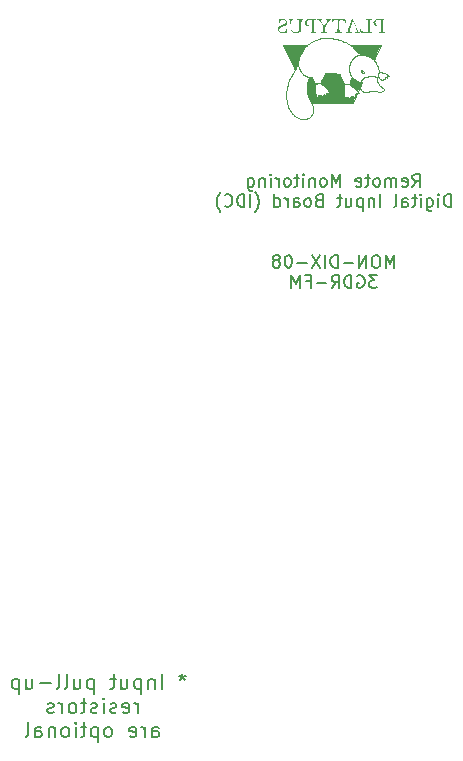
<source format=gbr>
%TF.GenerationSoftware,KiCad,Pcbnew,9.0.2*%
%TF.CreationDate,2025-07-04T16:10:04+10:00*%
%TF.ProjectId,v8_equip_dig_in_non_iso_IDC_pwr,76385f65-7175-4697-905f-6469675f696e,rev?*%
%TF.SameCoordinates,Original*%
%TF.FileFunction,Legend,Bot*%
%TF.FilePolarity,Positive*%
%FSLAX46Y46*%
G04 Gerber Fmt 4.6, Leading zero omitted, Abs format (unit mm)*
G04 Created by KiCad (PCBNEW 9.0.2) date 2025-07-04 16:10:04*
%MOMM*%
%LPD*%
G01*
G04 APERTURE LIST*
%ADD10C,0.066145*%
%ADD11C,0.053477*%
%ADD12C,0.127000*%
%ADD13C,0.203200*%
%ADD14C,0.100000*%
%ADD15R,1.700000X1.700000*%
%ADD16C,1.700000*%
%ADD17C,3.500000*%
%ADD18R,1.650000X1.650000*%
%ADD19C,1.650000*%
G04 APERTURE END LIST*
D10*
X28699669Y-4113377D02*
X28825574Y-4119676D01*
X28957313Y-4131119D01*
X29093919Y-4147854D01*
X29234425Y-4170033D01*
X29377862Y-4197806D01*
X29523264Y-4231321D01*
X29669662Y-4270731D01*
X29816090Y-4316184D01*
X29961580Y-4367831D01*
X30105164Y-4425822D01*
X30245875Y-4490306D01*
X30382745Y-4561435D01*
X30438905Y-4593708D01*
X30492112Y-4626305D01*
X30542551Y-4659184D01*
X30590407Y-4692305D01*
X30679109Y-4759104D01*
X30759693Y-4826368D01*
X30833637Y-4893763D01*
X30902417Y-4960957D01*
X31030394Y-5093409D01*
X31092545Y-5158001D01*
X31155440Y-5221058D01*
X31220555Y-5282249D01*
X31289368Y-5341240D01*
X31363356Y-5397698D01*
X31402752Y-5424873D01*
X31443995Y-5451290D01*
X31487270Y-5476906D01*
X31532762Y-5501682D01*
X31580656Y-5525574D01*
X31631135Y-5548542D01*
X31575614Y-5541401D01*
X31521628Y-5537691D01*
X31469174Y-5537266D01*
X31418249Y-5539985D01*
X31368848Y-5545704D01*
X31320968Y-5554279D01*
X31274605Y-5565568D01*
X31229755Y-5579427D01*
X31186416Y-5595713D01*
X31144583Y-5614283D01*
X31104252Y-5634993D01*
X31065420Y-5657701D01*
X31028083Y-5682263D01*
X30992238Y-5708535D01*
X30957880Y-5736376D01*
X30925007Y-5765641D01*
X30863699Y-5827871D01*
X30808283Y-5894080D01*
X30758731Y-5963123D01*
X30715014Y-6033853D01*
X30677101Y-6105125D01*
X30644963Y-6175793D01*
X30618572Y-6244711D01*
X30597898Y-6310733D01*
X30579554Y-6380304D01*
X30564080Y-6450281D01*
X30551706Y-6520603D01*
X30542663Y-6591206D01*
X30537182Y-6662029D01*
X30535495Y-6733010D01*
X30537831Y-6804085D01*
X30544422Y-6875194D01*
X30555499Y-6946273D01*
X30571292Y-7017261D01*
X30592032Y-7088095D01*
X30617951Y-7158712D01*
X30649280Y-7229052D01*
X30686248Y-7299051D01*
X30729087Y-7368647D01*
X30778028Y-7437778D01*
X30760360Y-7477317D01*
X30742230Y-7513840D01*
X30723881Y-7547903D01*
X30705553Y-7580063D01*
X30669932Y-7640898D01*
X30653122Y-7670686D01*
X30637301Y-7700796D01*
X30622712Y-7731785D01*
X30609596Y-7764209D01*
X30603666Y-7781132D01*
X30598195Y-7798624D01*
X30593213Y-7816752D01*
X30588751Y-7835587D01*
X30584839Y-7855197D01*
X30581506Y-7875654D01*
X30578784Y-7897025D01*
X30576702Y-7919382D01*
X30575290Y-7942792D01*
X30574580Y-7967327D01*
X30574600Y-7993055D01*
X30575382Y-8020045D01*
X30514645Y-8025964D01*
X30460065Y-8030358D01*
X30408886Y-8032878D01*
X30383710Y-8033325D01*
X30358351Y-8033171D01*
X30332465Y-8032372D01*
X30305706Y-8030885D01*
X30277731Y-8028666D01*
X30248194Y-8025670D01*
X30216752Y-8021854D01*
X30183060Y-8017174D01*
X30107547Y-8005046D01*
X30098008Y-7977772D01*
X30087728Y-7951204D01*
X30065212Y-7899960D01*
X30040526Y-7850870D01*
X30014199Y-7803485D01*
X29986757Y-7757360D01*
X29958729Y-7712047D01*
X29903026Y-7622074D01*
X29876405Y-7576520D01*
X29851309Y-7529993D01*
X29828266Y-7482045D01*
X29807802Y-7432230D01*
X29798703Y-7406483D01*
X29790446Y-7380102D01*
X29783098Y-7353031D01*
X29776726Y-7325214D01*
X29771393Y-7296595D01*
X29767168Y-7267119D01*
X29764116Y-7236730D01*
X29762302Y-7205371D01*
X29719688Y-7186594D01*
X29665900Y-7167148D01*
X29602254Y-7147533D01*
X29530065Y-7128251D01*
X29450650Y-7109805D01*
X29365323Y-7092694D01*
X29275401Y-7077421D01*
X29182199Y-7064488D01*
X29087033Y-7054395D01*
X28991218Y-7047644D01*
X28896070Y-7044737D01*
X28802905Y-7046176D01*
X28713038Y-7052461D01*
X28627784Y-7064094D01*
X28548460Y-7081577D01*
X28511433Y-7092669D01*
X28476382Y-7105411D01*
X28476384Y-7105418D01*
X28453813Y-7177547D01*
X28427868Y-7245983D01*
X28399276Y-7310896D01*
X28368768Y-7372460D01*
X28337073Y-7430847D01*
X28304920Y-7486228D01*
X28242155Y-7588662D01*
X28186310Y-7681139D01*
X28162805Y-7724074D01*
X28143218Y-7765036D01*
X28128277Y-7804196D01*
X28122777Y-7823155D01*
X28118713Y-7841728D01*
X28116174Y-7859937D01*
X28115254Y-7877803D01*
X28116041Y-7895348D01*
X28118629Y-7912593D01*
X28016682Y-7940551D01*
X27962952Y-7954061D01*
X27934732Y-7960186D01*
X27905353Y-7965696D01*
X27874625Y-7970445D01*
X27842358Y-7974286D01*
X27808362Y-7977072D01*
X27772445Y-7978658D01*
X27734418Y-7978896D01*
X27694089Y-7977641D01*
X27651268Y-7974746D01*
X27605764Y-7970065D01*
X27604480Y-7958069D01*
X27602087Y-7945522D01*
X27598662Y-7932443D01*
X27594283Y-7918851D01*
X27582975Y-7890211D01*
X27568787Y-7859759D01*
X27552341Y-7827653D01*
X27534260Y-7794049D01*
X27495687Y-7722979D01*
X27476441Y-7685827D01*
X27458052Y-7647808D01*
X27441144Y-7609079D01*
X27426339Y-7569797D01*
X27419921Y-7549998D01*
X27414261Y-7530119D01*
X27409439Y-7510182D01*
X27405533Y-7490204D01*
X27402619Y-7470206D01*
X27400777Y-7450208D01*
X27400083Y-7430229D01*
X27400616Y-7410289D01*
X27363239Y-7414909D01*
X27327816Y-7418435D01*
X27294012Y-7420826D01*
X27261494Y-7422043D01*
X27229930Y-7422044D01*
X27198984Y-7420789D01*
X27168324Y-7418239D01*
X27137617Y-7414352D01*
X27106528Y-7409090D01*
X27074725Y-7402410D01*
X27041874Y-7394273D01*
X27007641Y-7384639D01*
X26971693Y-7373468D01*
X26933697Y-7360719D01*
X26893318Y-7346351D01*
X26850224Y-7330325D01*
X26819901Y-7317263D01*
X26789060Y-7301558D01*
X26757828Y-7283288D01*
X26726332Y-7262536D01*
X26694698Y-7239380D01*
X26663054Y-7213902D01*
X26631526Y-7186180D01*
X26600241Y-7156295D01*
X26569327Y-7124327D01*
X26538909Y-7090356D01*
X26509116Y-7054463D01*
X26480073Y-7016727D01*
X26451908Y-6977228D01*
X26424747Y-6936047D01*
X26398718Y-6893263D01*
X26373947Y-6848957D01*
X26350562Y-6803209D01*
X26328689Y-6756098D01*
X26308454Y-6707706D01*
X26289986Y-6658111D01*
X26273411Y-6607394D01*
X26258855Y-6555636D01*
X26246446Y-6502915D01*
X26236310Y-6449313D01*
X26228575Y-6394909D01*
X26223367Y-6339784D01*
X26220813Y-6284017D01*
X26221041Y-6227689D01*
X26224176Y-6170879D01*
X26230346Y-6113668D01*
X26239678Y-6056136D01*
X26252299Y-5998363D01*
X26288578Y-5863956D01*
X26332385Y-5725874D01*
X26384680Y-5585420D01*
X26446422Y-5443897D01*
X26518572Y-5302608D01*
X26602089Y-5162857D01*
X26697935Y-5025947D01*
X26750781Y-4958964D01*
X26807069Y-4893180D01*
X26866920Y-4828758D01*
X26930452Y-4765861D01*
X26997787Y-4704651D01*
X27069043Y-4645292D01*
X27144342Y-4587946D01*
X27223803Y-4532776D01*
X27307547Y-4479945D01*
X27395692Y-4429616D01*
X27488360Y-4381953D01*
X27585670Y-4337117D01*
X27687743Y-4295272D01*
X27794697Y-4256580D01*
X27906655Y-4221205D01*
X28023734Y-4189309D01*
X28146056Y-4161056D01*
X28273740Y-4136608D01*
X28366633Y-4123836D01*
X28469231Y-4115607D01*
X28580565Y-4112070D01*
X28699669Y-4113377D01*
X28121968Y-7928987D02*
X28131028Y-7942582D01*
X28151171Y-7968933D01*
X28173807Y-7994289D01*
X28198686Y-8018795D01*
X28225558Y-8042599D01*
X28254175Y-8065846D01*
X28284287Y-8088683D01*
X28315645Y-8111257D01*
X28448552Y-8201844D01*
X28516003Y-8249364D01*
X28549106Y-8274193D01*
X28581460Y-8299930D01*
X28596990Y-8313379D01*
X28612142Y-8327896D01*
X28626908Y-8343394D01*
X28641278Y-8359783D01*
X28668786Y-8394885D01*
X28694586Y-8432493D01*
X28718598Y-8471903D01*
X28740741Y-8512408D01*
X28760934Y-8553301D01*
X28779097Y-8593875D01*
X28795150Y-8633424D01*
X28809011Y-8671242D01*
X28820600Y-8706622D01*
X28829836Y-8738857D01*
X28836640Y-8767241D01*
X28840930Y-8791068D01*
X28842625Y-8809631D01*
X28842475Y-8816717D01*
X28841646Y-8822223D01*
X28839473Y-8826491D01*
X28836725Y-8829958D01*
X28833427Y-8832668D01*
X28829606Y-8834669D01*
X28825286Y-8836007D01*
X28820493Y-8836729D01*
X28815253Y-8836882D01*
X28809591Y-8836513D01*
X28797107Y-8834393D01*
X28783244Y-8830742D01*
X28768209Y-8825935D01*
X28752207Y-8820345D01*
X28718120Y-8808308D01*
X28700446Y-8802608D01*
X28682626Y-8797618D01*
X28664864Y-8793712D01*
X28647367Y-8791264D01*
X28638781Y-8790703D01*
X28630338Y-8790646D01*
X28622064Y-8791140D01*
X28613984Y-8792232D01*
X28606363Y-8794309D01*
X28599430Y-8797227D01*
X28593152Y-8800930D01*
X28587500Y-8805366D01*
X28582441Y-8810481D01*
X28577944Y-8816222D01*
X28573979Y-8822534D01*
X28570514Y-8829365D01*
X28567518Y-8836661D01*
X28564960Y-8844369D01*
X28562809Y-8852434D01*
X28561034Y-8860803D01*
X28558485Y-8878240D01*
X28557065Y-8896253D01*
X28556524Y-8914411D01*
X28556614Y-8932288D01*
X28557689Y-8965483D01*
X28558296Y-8992411D01*
X28557801Y-9002455D01*
X28556441Y-9009646D01*
X28553964Y-9011296D01*
X28551228Y-9012064D01*
X28548238Y-9012006D01*
X28544997Y-9011179D01*
X28541511Y-9009638D01*
X28537784Y-9007439D01*
X28529625Y-9001291D01*
X28520557Y-8993180D01*
X28510617Y-8983554D01*
X28488267Y-8961542D01*
X28475931Y-8950049D01*
X28462869Y-8938827D01*
X28449118Y-8928323D01*
X28441995Y-8923479D01*
X28434714Y-8918982D01*
X28427279Y-8914888D01*
X28419695Y-8911253D01*
X28411966Y-8908131D01*
X28404097Y-8905580D01*
X28396092Y-8903655D01*
X28387957Y-8902412D01*
X28379695Y-8901906D01*
X28371311Y-8902194D01*
X28362886Y-8903569D01*
X28354954Y-8905783D01*
X28347494Y-8908781D01*
X28340488Y-8912509D01*
X28333913Y-8916912D01*
X28327751Y-8921936D01*
X28321981Y-8927526D01*
X28316584Y-8933628D01*
X28311538Y-8940188D01*
X28306823Y-8947151D01*
X28302420Y-8954463D01*
X28298309Y-8962069D01*
X28290879Y-8977945D01*
X28284373Y-8994345D01*
X28278629Y-9010832D01*
X28273487Y-9026972D01*
X28264359Y-9056467D01*
X28260052Y-9068951D01*
X28255701Y-9079345D01*
X28253458Y-9083622D01*
X28251144Y-9087213D01*
X28248738Y-9090064D01*
X28246221Y-9092120D01*
X28242607Y-9093938D01*
X28238799Y-9094303D01*
X28234793Y-9093316D01*
X28230585Y-9091076D01*
X28226172Y-9087682D01*
X28221550Y-9083236D01*
X28211665Y-9071581D01*
X28163036Y-9002781D01*
X28148461Y-8984025D01*
X28132859Y-8966243D01*
X28124664Y-8957966D01*
X28116201Y-8950232D01*
X28107468Y-8943141D01*
X28098459Y-8936791D01*
X28089172Y-8931284D01*
X28079603Y-8926718D01*
X28069748Y-8923194D01*
X28059603Y-8920811D01*
X28049166Y-8919669D01*
X28038431Y-8919867D01*
X28027396Y-8921506D01*
X28016057Y-8924685D01*
X28005088Y-8929068D01*
X27994684Y-8934208D01*
X27984822Y-8940045D01*
X27975481Y-8946517D01*
X27966638Y-8953562D01*
X27958272Y-8961117D01*
X27950360Y-8969123D01*
X27942880Y-8977515D01*
X27935811Y-8986234D01*
X27929130Y-8995217D01*
X27916846Y-9013727D01*
X27905851Y-9032552D01*
X27895971Y-9051198D01*
X27878850Y-9085975D01*
X27871256Y-9101117D01*
X27864074Y-9114103D01*
X27860581Y-9119633D01*
X27857125Y-9124439D01*
X27853684Y-9128458D01*
X27850236Y-9131630D01*
X27846758Y-9133891D01*
X27843229Y-9135182D01*
X27839627Y-9135439D01*
X27835929Y-9134601D01*
X27815756Y-9123805D01*
X27796952Y-9108916D01*
X27779462Y-9090175D01*
X27763233Y-9067824D01*
X27748212Y-9042103D01*
X27734345Y-9013254D01*
X27709859Y-8947134D01*
X27689346Y-8871395D01*
X27672376Y-8787965D01*
X27658522Y-8698773D01*
X27647354Y-8605748D01*
X27631362Y-8415918D01*
X27620969Y-8233906D01*
X27612746Y-8075147D01*
X27603262Y-7955073D01*
X27640545Y-7957534D01*
X27677317Y-7959300D01*
X27713532Y-7960377D01*
X27749146Y-7960773D01*
X27784114Y-7960496D01*
X27818394Y-7959553D01*
X27851941Y-7957951D01*
X27884711Y-7955697D01*
X27916661Y-7952799D01*
X27947745Y-7949264D01*
X27977920Y-7945100D01*
X28007143Y-7940313D01*
X28035369Y-7934911D01*
X28062554Y-7928901D01*
X28088654Y-7922291D01*
X28113625Y-7915088D01*
X28121968Y-7928987D01*
D11*
X28998208Y-7045594D02*
X29094016Y-7052347D01*
X29189174Y-7062443D01*
X29282369Y-7075379D01*
X29372284Y-7090655D01*
X29457603Y-7107768D01*
X29537012Y-7126217D01*
X29609196Y-7145501D01*
X29672838Y-7165117D01*
X29726623Y-7184565D01*
X29769236Y-7203342D01*
X29771050Y-7234701D01*
X29774103Y-7265090D01*
X29778330Y-7294565D01*
X29783663Y-7323182D01*
X29790038Y-7350997D01*
X29797388Y-7378066D01*
X29805647Y-7404444D01*
X29814749Y-7430187D01*
X29835219Y-7479994D01*
X29858269Y-7527933D01*
X29883372Y-7574451D01*
X29910000Y-7619994D01*
X29965719Y-7709947D01*
X29993753Y-7755250D01*
X30021200Y-7801367D01*
X30047532Y-7848744D01*
X30072221Y-7897829D01*
X30094739Y-7949069D01*
X30105019Y-7975636D01*
X30114558Y-8002910D01*
X30115364Y-8003074D01*
X30116106Y-8003204D01*
X30116803Y-8003311D01*
X30117478Y-8003407D01*
X30118152Y-8003502D01*
X30118845Y-8003610D01*
X30119580Y-8003742D01*
X30120376Y-8003909D01*
X30127644Y-8048442D01*
X30132600Y-8094117D01*
X30135490Y-8140673D01*
X30136559Y-8187851D01*
X30136055Y-8235390D01*
X30134222Y-8283030D01*
X30127557Y-8377573D01*
X30109119Y-8556422D01*
X30101283Y-8636564D01*
X30098572Y-8673404D01*
X30096994Y-8707744D01*
X30097041Y-8741847D01*
X30098072Y-8778156D01*
X30100013Y-8816062D01*
X30102792Y-8854957D01*
X30106334Y-8894234D01*
X30110565Y-8933284D01*
X30115413Y-8971499D01*
X30120803Y-9008273D01*
X30126663Y-9042997D01*
X30132918Y-9075063D01*
X30139495Y-9103863D01*
X30146320Y-9128790D01*
X30153320Y-9149236D01*
X30160421Y-9164593D01*
X30163986Y-9170173D01*
X30167550Y-9174253D01*
X30171101Y-9176756D01*
X30174632Y-9177608D01*
X30179033Y-9178414D01*
X30183333Y-9178522D01*
X30187549Y-9177979D01*
X30191698Y-9176834D01*
X30195798Y-9175134D01*
X30199865Y-9172928D01*
X30203915Y-9170263D01*
X30207967Y-9167188D01*
X30216143Y-9160000D01*
X30224526Y-9151746D01*
X30242460Y-9133581D01*
X30252283Y-9124438D01*
X30257468Y-9120020D01*
X30262857Y-9115768D01*
X30268469Y-9111730D01*
X30274319Y-9107954D01*
X30280425Y-9104488D01*
X30286803Y-9101380D01*
X30293472Y-9098679D01*
X30300447Y-9096432D01*
X30307745Y-9094687D01*
X30315385Y-9093493D01*
X30323382Y-9092897D01*
X30331753Y-9092947D01*
X30340516Y-9093692D01*
X30349688Y-9095180D01*
X30359181Y-9097320D01*
X30368437Y-9099969D01*
X30377464Y-9103095D01*
X30386274Y-9106666D01*
X30394877Y-9110648D01*
X30403284Y-9115010D01*
X30411505Y-9119718D01*
X30419550Y-9124741D01*
X30427431Y-9130046D01*
X30435158Y-9135600D01*
X30450190Y-9147326D01*
X30464731Y-9159660D01*
X30478866Y-9172341D01*
X30506252Y-9197708D01*
X30519671Y-9209873D01*
X30533020Y-9221346D01*
X30546384Y-9231868D01*
X30553097Y-9236690D01*
X30559845Y-9241178D01*
X30566639Y-9245297D01*
X30573489Y-9249016D01*
X30580406Y-9252302D01*
X30587400Y-9255122D01*
X30593661Y-9253952D01*
X30599342Y-9251886D01*
X30604494Y-9248979D01*
X30609169Y-9245287D01*
X30613417Y-9240866D01*
X30617288Y-9235772D01*
X30620834Y-9230061D01*
X30624106Y-9223789D01*
X30630029Y-9209783D01*
X30635465Y-9194203D01*
X30646501Y-9160106D01*
X30652915Y-9142482D01*
X30660469Y-9125071D01*
X30664800Y-9116585D01*
X30669569Y-9108320D01*
X30674827Y-9100331D01*
X30680623Y-9092675D01*
X30687010Y-9085407D01*
X30694037Y-9078583D01*
X30701756Y-9072259D01*
X30710218Y-9066492D01*
X30719474Y-9061336D01*
X30729573Y-9056848D01*
X30740568Y-9053083D01*
X30752509Y-9050097D01*
X30759165Y-9049298D01*
X30766440Y-9049211D01*
X30774291Y-9049785D01*
X30782678Y-9050971D01*
X30800896Y-9054979D01*
X30820763Y-9060835D01*
X30841949Y-9068142D01*
X30864124Y-9076499D01*
X30910124Y-9094769D01*
X30956123Y-9112452D01*
X30978298Y-9120076D01*
X30999483Y-9126357D01*
X31019349Y-9130895D01*
X31028684Y-9132385D01*
X31037565Y-9133291D01*
X31045952Y-9133561D01*
X31053803Y-9133146D01*
X31061077Y-9131996D01*
X31067732Y-9130061D01*
X31071085Y-9128315D01*
X31073680Y-9125903D01*
X31075580Y-9122846D01*
X31076848Y-9119165D01*
X31077548Y-9114883D01*
X31077743Y-9110020D01*
X31076870Y-9098638D01*
X31065821Y-9034191D01*
X31063700Y-9014209D01*
X31062847Y-8993021D01*
X31063768Y-8970802D01*
X31065052Y-8959358D01*
X31066969Y-8947721D01*
X31069583Y-8935912D01*
X31072956Y-8923952D01*
X31077153Y-8911863D01*
X31082236Y-8899666D01*
X31088268Y-8887383D01*
X31095313Y-8875035D01*
X31103435Y-8862643D01*
X31112695Y-8850230D01*
X31116083Y-8846273D01*
X31119536Y-8842532D01*
X31123051Y-8839002D01*
X31126625Y-8835676D01*
X31130254Y-8832550D01*
X31133936Y-8829616D01*
X31141446Y-8824305D01*
X31149130Y-8819696D01*
X31156964Y-8815742D01*
X31164922Y-8812397D01*
X31172982Y-8809612D01*
X31181117Y-8807342D01*
X31189304Y-8805539D01*
X31197518Y-8804157D01*
X31205735Y-8803149D01*
X31213930Y-8802467D01*
X31222079Y-8802065D01*
X31230158Y-8801896D01*
X31238141Y-8801913D01*
X31141632Y-9002154D01*
X30850822Y-9599277D01*
X27319952Y-9600413D01*
X27216771Y-9404684D01*
X27164898Y-9298000D01*
X27139521Y-9240889D01*
X27114757Y-9180668D01*
X27090786Y-9116891D01*
X27067788Y-9049111D01*
X27045943Y-8976880D01*
X27025431Y-8899753D01*
X27006431Y-8817281D01*
X26989125Y-8729017D01*
X26973691Y-8634515D01*
X26960310Y-8533328D01*
X26955117Y-8481000D01*
X26951762Y-8428764D01*
X26950135Y-8376723D01*
X26950125Y-8324979D01*
X26951623Y-8273636D01*
X26954519Y-8222796D01*
X26958704Y-8172563D01*
X26964069Y-8123039D01*
X26977896Y-8026531D01*
X26995124Y-7934096D01*
X27014875Y-7846556D01*
X27036271Y-7764735D01*
X27058436Y-7689457D01*
X27080493Y-7621544D01*
X27101562Y-7561821D01*
X27120769Y-7511110D01*
X27150081Y-7440019D01*
X27161412Y-7414859D01*
X27190952Y-7418379D01*
X27219670Y-7420495D01*
X27248154Y-7421289D01*
X27276992Y-7420840D01*
X27306770Y-7419230D01*
X27338077Y-7416539D01*
X27371499Y-7412848D01*
X27407625Y-7408236D01*
X27407085Y-7427677D01*
X27407706Y-7447151D01*
X27409416Y-7466642D01*
X27412144Y-7486129D01*
X27415817Y-7505597D01*
X27420364Y-7525026D01*
X27425713Y-7544399D01*
X27431793Y-7563698D01*
X27445858Y-7602001D01*
X27461984Y-7639791D01*
X27479598Y-7676924D01*
X27498127Y-7713257D01*
X27569918Y-7847699D01*
X27584416Y-7877868D01*
X27596387Y-7906373D01*
X27605258Y-7933069D01*
X27608351Y-7945694D01*
X27610454Y-7957812D01*
X27619808Y-8078788D01*
X27628022Y-8237556D01*
X27638481Y-8418916D01*
X27654569Y-8607667D01*
X27665780Y-8700063D01*
X27679667Y-8788606D01*
X27696653Y-8871396D01*
X27717160Y-8946532D01*
X27728867Y-8980637D01*
X27741613Y-9012115D01*
X27755450Y-9040730D01*
X27770432Y-9066244D01*
X27786612Y-9088420D01*
X27804043Y-9107020D01*
X27822776Y-9121806D01*
X27842866Y-9132541D01*
X27846564Y-9133379D01*
X27850167Y-9133122D01*
X27853697Y-9131831D01*
X27857176Y-9129569D01*
X27860627Y-9126397D01*
X27864070Y-9122377D01*
X27871025Y-9112040D01*
X27878214Y-9099052D01*
X27885816Y-9083907D01*
X27902955Y-9049127D01*
X27912844Y-9030479D01*
X27923846Y-9011651D01*
X27936138Y-8993139D01*
X27942823Y-8984156D01*
X27949895Y-8975436D01*
X27957378Y-8967043D01*
X27965293Y-8959037D01*
X27973662Y-8951480D01*
X27982507Y-8944435D01*
X27991850Y-8937963D01*
X28001713Y-8932126D01*
X28012118Y-8926985D01*
X28023086Y-8922603D01*
X28034425Y-8919423D01*
X28045460Y-8917784D01*
X28056193Y-8917586D01*
X28066630Y-8918728D01*
X28076773Y-8921111D01*
X28086626Y-8924635D01*
X28096193Y-8929201D01*
X28105477Y-8934708D01*
X28114483Y-8941058D01*
X28123214Y-8948149D01*
X28131673Y-8955883D01*
X28139865Y-8964160D01*
X28155460Y-8981942D01*
X28170029Y-9000698D01*
X28218633Y-9069499D01*
X28228513Y-9081153D01*
X28233133Y-9085600D01*
X28237545Y-9088993D01*
X28241751Y-9091233D01*
X28245756Y-9092220D01*
X28249564Y-9091855D01*
X28253178Y-9090037D01*
X28255695Y-9087982D01*
X28258100Y-9085132D01*
X28260414Y-9081541D01*
X28262656Y-9077265D01*
X28267005Y-9066873D01*
X28271310Y-9054391D01*
X28280433Y-9024900D01*
X28285573Y-9008762D01*
X28291313Y-8992276D01*
X28297816Y-8975878D01*
X28305243Y-8960003D01*
X28309353Y-8952398D01*
X28313755Y-8945088D01*
X28318468Y-8938125D01*
X28323513Y-8931566D01*
X28328909Y-8925464D01*
X28334678Y-8919874D01*
X28340839Y-8914851D01*
X28347412Y-8910448D01*
X28354418Y-8906721D01*
X28361877Y-8903723D01*
X28369809Y-8901509D01*
X28378233Y-8900134D01*
X28386617Y-8899846D01*
X28394879Y-8900352D01*
X28403015Y-8901596D01*
X28411019Y-8903522D01*
X28418888Y-8906074D01*
X28426617Y-8909196D01*
X28434202Y-8912833D01*
X28441636Y-8916928D01*
X28448917Y-8921426D01*
X28456040Y-8926271D01*
X28462999Y-8931408D01*
X28469791Y-8936779D01*
X28482854Y-8948004D01*
X28495190Y-8959500D01*
X28517540Y-8981519D01*
X28527480Y-8991147D01*
X28536548Y-8999260D01*
X28540743Y-9002608D01*
X28544707Y-9005410D01*
X28548434Y-9007609D01*
X28551920Y-9009151D01*
X28555160Y-9009978D01*
X28558151Y-9010035D01*
X28560886Y-9009267D01*
X28563363Y-9007617D01*
X28564167Y-9004404D01*
X28564724Y-9000425D01*
X28565222Y-8990381D01*
X28564624Y-8963452D01*
X28563562Y-8930256D01*
X28563479Y-8912378D01*
X28564026Y-8894218D01*
X28565453Y-8876205D01*
X28568009Y-8858767D01*
X28569787Y-8850397D01*
X28571942Y-8842331D01*
X28574502Y-8834623D01*
X28577501Y-8827326D01*
X28580968Y-8820495D01*
X28584936Y-8814181D01*
X28589434Y-8808440D01*
X28594495Y-8803324D01*
X28600149Y-8798888D01*
X28606427Y-8795183D01*
X28613361Y-8792265D01*
X28620982Y-8790187D01*
X28629062Y-8789096D01*
X28637336Y-8788602D01*
X28645778Y-8788659D01*
X28654363Y-8789221D01*
X28663066Y-8790239D01*
X28671860Y-8791669D01*
X28680720Y-8793463D01*
X28689620Y-8795574D01*
X28707438Y-8800563D01*
X28725110Y-8806262D01*
X28759193Y-8818295D01*
X28775193Y-8823884D01*
X28790226Y-8828689D01*
X28804086Y-8832338D01*
X28810513Y-8833612D01*
X28816569Y-8834456D01*
X28822230Y-8834825D01*
X28827469Y-8834671D01*
X28832261Y-8833948D01*
X28836581Y-8832610D01*
X28840402Y-8830608D01*
X28843699Y-8827898D01*
X28846447Y-8824432D01*
X28848619Y-8820163D01*
X28849598Y-8807570D01*
X28847903Y-8789007D01*
X28843613Y-8765179D01*
X28836809Y-8736793D01*
X28827572Y-8704556D01*
X28815982Y-8669174D01*
X28802121Y-8631354D01*
X28786068Y-8591803D01*
X28767904Y-8551226D01*
X28747710Y-8510331D01*
X28725566Y-8469823D01*
X28701554Y-8430411D01*
X28675753Y-8392800D01*
X28648244Y-8357696D01*
X28619109Y-8325807D01*
X28603956Y-8311289D01*
X28588426Y-8297839D01*
X28556073Y-8272103D01*
X28522972Y-8247274D01*
X28489373Y-8223206D01*
X28455526Y-8199753D01*
X28322630Y-8109158D01*
X28291275Y-8086583D01*
X28261166Y-8063744D01*
X28232552Y-8040495D01*
X28205682Y-8016690D01*
X28180805Y-7992183D01*
X28158170Y-7966826D01*
X28147771Y-7953784D01*
X28138026Y-7940475D01*
X28128967Y-7926880D01*
X28120623Y-7912982D01*
X28117177Y-7913967D01*
X28113586Y-7914875D01*
X28109892Y-7915729D01*
X28106135Y-7916552D01*
X28098598Y-7918187D01*
X28094900Y-7919043D01*
X28091303Y-7919955D01*
X28108472Y-7915181D01*
X28117092Y-7912812D01*
X28125667Y-7910533D01*
X28123079Y-7893288D01*
X28122291Y-7875744D01*
X28123211Y-7857878D01*
X28125749Y-7839670D01*
X28129812Y-7821097D01*
X28135311Y-7802138D01*
X28150250Y-7762978D01*
X28169835Y-7722016D01*
X28193338Y-7679080D01*
X28249178Y-7586601D01*
X28311938Y-7484165D01*
X28344090Y-7428783D01*
X28375784Y-7370395D01*
X28406291Y-7308830D01*
X28434881Y-7243916D01*
X28460826Y-7175480D01*
X28483397Y-7103351D01*
X28518448Y-7090609D01*
X28555475Y-7079517D01*
X28634796Y-7062035D01*
X28720045Y-7050403D01*
X28809907Y-7044120D01*
X28903067Y-7042684D01*
X28998208Y-7045594D01*
G36*
X28998208Y-7045594D02*
G01*
X29094016Y-7052347D01*
X29189174Y-7062443D01*
X29282369Y-7075379D01*
X29372284Y-7090655D01*
X29457603Y-7107768D01*
X29537012Y-7126217D01*
X29609196Y-7145501D01*
X29672838Y-7165117D01*
X29726623Y-7184565D01*
X29769236Y-7203342D01*
X29771050Y-7234701D01*
X29774103Y-7265090D01*
X29778330Y-7294565D01*
X29783663Y-7323182D01*
X29790038Y-7350997D01*
X29797388Y-7378066D01*
X29805647Y-7404444D01*
X29814749Y-7430187D01*
X29835219Y-7479994D01*
X29858269Y-7527933D01*
X29883372Y-7574451D01*
X29910000Y-7619994D01*
X29965719Y-7709947D01*
X29993753Y-7755250D01*
X30021200Y-7801367D01*
X30047532Y-7848744D01*
X30072221Y-7897829D01*
X30094739Y-7949069D01*
X30105019Y-7975636D01*
X30114558Y-8002910D01*
X30115364Y-8003074D01*
X30116106Y-8003204D01*
X30116803Y-8003311D01*
X30117478Y-8003407D01*
X30118152Y-8003502D01*
X30118845Y-8003610D01*
X30119580Y-8003742D01*
X30120376Y-8003909D01*
X30127644Y-8048442D01*
X30132600Y-8094117D01*
X30135490Y-8140673D01*
X30136559Y-8187851D01*
X30136055Y-8235390D01*
X30134222Y-8283030D01*
X30127557Y-8377573D01*
X30109119Y-8556422D01*
X30101283Y-8636564D01*
X30098572Y-8673404D01*
X30096994Y-8707744D01*
X30097041Y-8741847D01*
X30098072Y-8778156D01*
X30100013Y-8816062D01*
X30102792Y-8854957D01*
X30106334Y-8894234D01*
X30110565Y-8933284D01*
X30115413Y-8971499D01*
X30120803Y-9008273D01*
X30126663Y-9042997D01*
X30132918Y-9075063D01*
X30139495Y-9103863D01*
X30146320Y-9128790D01*
X30153320Y-9149236D01*
X30160421Y-9164593D01*
X30163986Y-9170173D01*
X30167550Y-9174253D01*
X30171101Y-9176756D01*
X30174632Y-9177608D01*
X30179033Y-9178414D01*
X30183333Y-9178522D01*
X30187549Y-9177979D01*
X30191698Y-9176834D01*
X30195798Y-9175134D01*
X30199865Y-9172928D01*
X30203915Y-9170263D01*
X30207967Y-9167188D01*
X30216143Y-9160000D01*
X30224526Y-9151746D01*
X30242460Y-9133581D01*
X30252283Y-9124438D01*
X30257468Y-9120020D01*
X30262857Y-9115768D01*
X30268469Y-9111730D01*
X30274319Y-9107954D01*
X30280425Y-9104488D01*
X30286803Y-9101380D01*
X30293472Y-9098679D01*
X30300447Y-9096432D01*
X30307745Y-9094687D01*
X30315385Y-9093493D01*
X30323382Y-9092897D01*
X30331753Y-9092947D01*
X30340516Y-9093692D01*
X30349688Y-9095180D01*
X30359181Y-9097320D01*
X30368437Y-9099969D01*
X30377464Y-9103095D01*
X30386274Y-9106666D01*
X30394877Y-9110648D01*
X30403284Y-9115010D01*
X30411505Y-9119718D01*
X30419550Y-9124741D01*
X30427431Y-9130046D01*
X30435158Y-9135600D01*
X30450190Y-9147326D01*
X30464731Y-9159660D01*
X30478866Y-9172341D01*
X30506252Y-9197708D01*
X30519671Y-9209873D01*
X30533020Y-9221346D01*
X30546384Y-9231868D01*
X30553097Y-9236690D01*
X30559845Y-9241178D01*
X30566639Y-9245297D01*
X30573489Y-9249016D01*
X30580406Y-9252302D01*
X30587400Y-9255122D01*
X30593661Y-9253952D01*
X30599342Y-9251886D01*
X30604494Y-9248979D01*
X30609169Y-9245287D01*
X30613417Y-9240866D01*
X30617288Y-9235772D01*
X30620834Y-9230061D01*
X30624106Y-9223789D01*
X30630029Y-9209783D01*
X30635465Y-9194203D01*
X30646501Y-9160106D01*
X30652915Y-9142482D01*
X30660469Y-9125071D01*
X30664800Y-9116585D01*
X30669569Y-9108320D01*
X30674827Y-9100331D01*
X30680623Y-9092675D01*
X30687010Y-9085407D01*
X30694037Y-9078583D01*
X30701756Y-9072259D01*
X30710218Y-9066492D01*
X30719474Y-9061336D01*
X30729573Y-9056848D01*
X30740568Y-9053083D01*
X30752509Y-9050097D01*
X30759165Y-9049298D01*
X30766440Y-9049211D01*
X30774291Y-9049785D01*
X30782678Y-9050971D01*
X30800896Y-9054979D01*
X30820763Y-9060835D01*
X30841949Y-9068142D01*
X30864124Y-9076499D01*
X30910124Y-9094769D01*
X30956123Y-9112452D01*
X30978298Y-9120076D01*
X30999483Y-9126357D01*
X31019349Y-9130895D01*
X31028684Y-9132385D01*
X31037565Y-9133291D01*
X31045952Y-9133561D01*
X31053803Y-9133146D01*
X31061077Y-9131996D01*
X31067732Y-9130061D01*
X31071085Y-9128315D01*
X31073680Y-9125903D01*
X31075580Y-9122846D01*
X31076848Y-9119165D01*
X31077548Y-9114883D01*
X31077743Y-9110020D01*
X31076870Y-9098638D01*
X31065821Y-9034191D01*
X31063700Y-9014209D01*
X31062847Y-8993021D01*
X31063768Y-8970802D01*
X31065052Y-8959358D01*
X31066969Y-8947721D01*
X31069583Y-8935912D01*
X31072956Y-8923952D01*
X31077153Y-8911863D01*
X31082236Y-8899666D01*
X31088268Y-8887383D01*
X31095313Y-8875035D01*
X31103435Y-8862643D01*
X31112695Y-8850230D01*
X31116083Y-8846273D01*
X31119536Y-8842532D01*
X31123051Y-8839002D01*
X31126625Y-8835676D01*
X31130254Y-8832550D01*
X31133936Y-8829616D01*
X31141446Y-8824305D01*
X31149130Y-8819696D01*
X31156964Y-8815742D01*
X31164922Y-8812397D01*
X31172982Y-8809612D01*
X31181117Y-8807342D01*
X31189304Y-8805539D01*
X31197518Y-8804157D01*
X31205735Y-8803149D01*
X31213930Y-8802467D01*
X31222079Y-8802065D01*
X31230158Y-8801896D01*
X31238141Y-8801913D01*
X31141632Y-9002154D01*
X30850822Y-9599277D01*
X27319952Y-9600413D01*
X27216771Y-9404684D01*
X27164898Y-9298000D01*
X27139521Y-9240889D01*
X27114757Y-9180668D01*
X27090786Y-9116891D01*
X27067788Y-9049111D01*
X27045943Y-8976880D01*
X27025431Y-8899753D01*
X27006431Y-8817281D01*
X26989125Y-8729017D01*
X26973691Y-8634515D01*
X26960310Y-8533328D01*
X26955117Y-8481000D01*
X26951762Y-8428764D01*
X26950135Y-8376723D01*
X26950125Y-8324979D01*
X26951623Y-8273636D01*
X26954519Y-8222796D01*
X26958704Y-8172563D01*
X26964069Y-8123039D01*
X26977896Y-8026531D01*
X26995124Y-7934096D01*
X27014875Y-7846556D01*
X27036271Y-7764735D01*
X27058436Y-7689457D01*
X27080493Y-7621544D01*
X27101562Y-7561821D01*
X27120769Y-7511110D01*
X27150081Y-7440019D01*
X27161412Y-7414859D01*
X27190952Y-7418379D01*
X27219670Y-7420495D01*
X27248154Y-7421289D01*
X27276992Y-7420840D01*
X27306770Y-7419230D01*
X27338077Y-7416539D01*
X27371499Y-7412848D01*
X27407625Y-7408236D01*
X27407085Y-7427677D01*
X27407706Y-7447151D01*
X27409416Y-7466642D01*
X27412144Y-7486129D01*
X27415817Y-7505597D01*
X27420364Y-7525026D01*
X27425713Y-7544399D01*
X27431793Y-7563698D01*
X27445858Y-7602001D01*
X27461984Y-7639791D01*
X27479598Y-7676924D01*
X27498127Y-7713257D01*
X27569918Y-7847699D01*
X27584416Y-7877868D01*
X27596387Y-7906373D01*
X27605258Y-7933069D01*
X27608351Y-7945694D01*
X27610454Y-7957812D01*
X27619808Y-8078788D01*
X27628022Y-8237556D01*
X27638481Y-8418916D01*
X27654569Y-8607667D01*
X27665780Y-8700063D01*
X27679667Y-8788606D01*
X27696653Y-8871396D01*
X27717160Y-8946532D01*
X27728867Y-8980637D01*
X27741613Y-9012115D01*
X27755450Y-9040730D01*
X27770432Y-9066244D01*
X27786612Y-9088420D01*
X27804043Y-9107020D01*
X27822776Y-9121806D01*
X27842866Y-9132541D01*
X27846564Y-9133379D01*
X27850167Y-9133122D01*
X27853697Y-9131831D01*
X27857176Y-9129569D01*
X27860627Y-9126397D01*
X27864070Y-9122377D01*
X27871025Y-9112040D01*
X27878214Y-9099052D01*
X27885816Y-9083907D01*
X27902955Y-9049127D01*
X27912844Y-9030479D01*
X27923846Y-9011651D01*
X27936138Y-8993139D01*
X27942823Y-8984156D01*
X27949895Y-8975436D01*
X27957378Y-8967043D01*
X27965293Y-8959037D01*
X27973662Y-8951480D01*
X27982507Y-8944435D01*
X27991850Y-8937963D01*
X28001713Y-8932126D01*
X28012118Y-8926985D01*
X28023086Y-8922603D01*
X28034425Y-8919423D01*
X28045460Y-8917784D01*
X28056193Y-8917586D01*
X28066630Y-8918728D01*
X28076773Y-8921111D01*
X28086626Y-8924635D01*
X28096193Y-8929201D01*
X28105477Y-8934708D01*
X28114483Y-8941058D01*
X28123214Y-8948149D01*
X28131673Y-8955883D01*
X28139865Y-8964160D01*
X28155460Y-8981942D01*
X28170029Y-9000698D01*
X28218633Y-9069499D01*
X28228513Y-9081153D01*
X28233133Y-9085600D01*
X28237545Y-9088993D01*
X28241751Y-9091233D01*
X28245756Y-9092220D01*
X28249564Y-9091855D01*
X28253178Y-9090037D01*
X28255695Y-9087982D01*
X28258100Y-9085132D01*
X28260414Y-9081541D01*
X28262656Y-9077265D01*
X28267005Y-9066873D01*
X28271310Y-9054391D01*
X28280433Y-9024900D01*
X28285573Y-9008762D01*
X28291313Y-8992276D01*
X28297816Y-8975878D01*
X28305243Y-8960003D01*
X28309353Y-8952398D01*
X28313755Y-8945088D01*
X28318468Y-8938125D01*
X28323513Y-8931566D01*
X28328909Y-8925464D01*
X28334678Y-8919874D01*
X28340839Y-8914851D01*
X28347412Y-8910448D01*
X28354418Y-8906721D01*
X28361877Y-8903723D01*
X28369809Y-8901509D01*
X28378233Y-8900134D01*
X28386617Y-8899846D01*
X28394879Y-8900352D01*
X28403015Y-8901596D01*
X28411019Y-8903522D01*
X28418888Y-8906074D01*
X28426617Y-8909196D01*
X28434202Y-8912833D01*
X28441636Y-8916928D01*
X28448917Y-8921426D01*
X28456040Y-8926271D01*
X28462999Y-8931408D01*
X28469791Y-8936779D01*
X28482854Y-8948004D01*
X28495190Y-8959500D01*
X28517540Y-8981519D01*
X28527480Y-8991147D01*
X28536548Y-8999260D01*
X28540743Y-9002608D01*
X28544707Y-9005410D01*
X28548434Y-9007609D01*
X28551920Y-9009151D01*
X28555160Y-9009978D01*
X28558151Y-9010035D01*
X28560886Y-9009267D01*
X28563363Y-9007617D01*
X28564167Y-9004404D01*
X28564724Y-9000425D01*
X28565222Y-8990381D01*
X28564624Y-8963452D01*
X28563562Y-8930256D01*
X28563479Y-8912378D01*
X28564026Y-8894218D01*
X28565453Y-8876205D01*
X28568009Y-8858767D01*
X28569787Y-8850397D01*
X28571942Y-8842331D01*
X28574502Y-8834623D01*
X28577501Y-8827326D01*
X28580968Y-8820495D01*
X28584936Y-8814181D01*
X28589434Y-8808440D01*
X28594495Y-8803324D01*
X28600149Y-8798888D01*
X28606427Y-8795183D01*
X28613361Y-8792265D01*
X28620982Y-8790187D01*
X28629062Y-8789096D01*
X28637336Y-8788602D01*
X28645778Y-8788659D01*
X28654363Y-8789221D01*
X28663066Y-8790239D01*
X28671860Y-8791669D01*
X28680720Y-8793463D01*
X28689620Y-8795574D01*
X28707438Y-8800563D01*
X28725110Y-8806262D01*
X28759193Y-8818295D01*
X28775193Y-8823884D01*
X28790226Y-8828689D01*
X28804086Y-8832338D01*
X28810513Y-8833612D01*
X28816569Y-8834456D01*
X28822230Y-8834825D01*
X28827469Y-8834671D01*
X28832261Y-8833948D01*
X28836581Y-8832610D01*
X28840402Y-8830608D01*
X28843699Y-8827898D01*
X28846447Y-8824432D01*
X28848619Y-8820163D01*
X28849598Y-8807570D01*
X28847903Y-8789007D01*
X28843613Y-8765179D01*
X28836809Y-8736793D01*
X28827572Y-8704556D01*
X28815982Y-8669174D01*
X28802121Y-8631354D01*
X28786068Y-8591803D01*
X28767904Y-8551226D01*
X28747710Y-8510331D01*
X28725566Y-8469823D01*
X28701554Y-8430411D01*
X28675753Y-8392800D01*
X28648244Y-8357696D01*
X28619109Y-8325807D01*
X28603956Y-8311289D01*
X28588426Y-8297839D01*
X28556073Y-8272103D01*
X28522972Y-8247274D01*
X28489373Y-8223206D01*
X28455526Y-8199753D01*
X28322630Y-8109158D01*
X28291275Y-8086583D01*
X28261166Y-8063744D01*
X28232552Y-8040495D01*
X28205682Y-8016690D01*
X28180805Y-7992183D01*
X28158170Y-7966826D01*
X28147771Y-7953784D01*
X28138026Y-7940475D01*
X28128967Y-7926880D01*
X28120623Y-7912982D01*
X28117177Y-7913967D01*
X28113586Y-7914875D01*
X28109892Y-7915729D01*
X28106135Y-7916552D01*
X28098598Y-7918187D01*
X28094900Y-7919043D01*
X28091303Y-7919955D01*
X28108472Y-7915181D01*
X28117092Y-7912812D01*
X28125667Y-7910533D01*
X28123079Y-7893288D01*
X28122291Y-7875744D01*
X28123211Y-7857878D01*
X28125749Y-7839670D01*
X28129812Y-7821097D01*
X28135311Y-7802138D01*
X28150250Y-7762978D01*
X28169835Y-7722016D01*
X28193338Y-7679080D01*
X28249178Y-7586601D01*
X28311938Y-7484165D01*
X28344090Y-7428783D01*
X28375784Y-7370395D01*
X28406291Y-7308830D01*
X28434881Y-7243916D01*
X28460826Y-7175480D01*
X28483397Y-7103351D01*
X28518448Y-7090609D01*
X28555475Y-7079517D01*
X28634796Y-7062035D01*
X28720045Y-7050403D01*
X28809907Y-7044120D01*
X28903067Y-7042684D01*
X28998208Y-7045594D01*
G37*
X26971704Y-4714496D02*
X26971696Y-4714496D01*
X26971704Y-4714489D01*
X26971704Y-4714496D01*
G36*
X26971704Y-4714496D02*
G01*
X26971696Y-4714496D01*
X26971704Y-4714489D01*
X26971704Y-4714496D01*
G37*
D10*
X31614248Y-5536245D02*
X31673346Y-5539417D01*
X31732699Y-5545151D01*
X31792181Y-5553445D01*
X31851664Y-5564296D01*
X31911022Y-5577700D01*
X31970130Y-5593654D01*
X32028860Y-5612155D01*
X32087086Y-5633199D01*
X32144682Y-5656784D01*
X32201520Y-5682906D01*
X32257476Y-5711563D01*
X32312422Y-5742750D01*
X32366232Y-5776464D01*
X32418780Y-5812704D01*
X32469939Y-5851464D01*
X32519582Y-5892743D01*
X32567583Y-5936536D01*
X32613817Y-5982841D01*
X32658155Y-6031654D01*
X32700473Y-6082973D01*
X32740643Y-6136793D01*
X32778538Y-6193113D01*
X32814034Y-6251928D01*
X32847003Y-6313236D01*
X32881343Y-6382108D01*
X32912861Y-6449422D01*
X32941257Y-6515666D01*
X32966229Y-6581332D01*
X32987479Y-6646909D01*
X33004704Y-6712890D01*
X33017606Y-6779763D01*
X33025882Y-6848021D01*
X33029233Y-6918152D01*
X33027357Y-6990649D01*
X33019956Y-7066000D01*
X33006727Y-7144698D01*
X32987372Y-7227232D01*
X32961588Y-7314092D01*
X32929076Y-7405771D01*
X32889535Y-7502757D01*
X32883799Y-7488652D01*
X32877395Y-7475374D01*
X32870341Y-7462899D01*
X32862660Y-7451205D01*
X32854370Y-7440269D01*
X32845492Y-7430067D01*
X32836045Y-7420578D01*
X32826051Y-7411777D01*
X32815530Y-7403643D01*
X32804500Y-7396152D01*
X32792984Y-7389282D01*
X32781000Y-7383009D01*
X32755711Y-7372164D01*
X32728794Y-7363436D01*
X32700412Y-7356640D01*
X32670726Y-7351595D01*
X32639895Y-7348116D01*
X32608083Y-7346021D01*
X32575450Y-7345127D01*
X32542157Y-7345250D01*
X32474238Y-7347820D01*
X32378197Y-7355045D01*
X32287928Y-7363683D01*
X32203281Y-7373859D01*
X32124105Y-7385696D01*
X32050250Y-7399320D01*
X31981567Y-7414855D01*
X31949117Y-7423378D01*
X31917904Y-7432425D01*
X31887908Y-7442012D01*
X31859111Y-7452155D01*
X31831494Y-7462869D01*
X31805039Y-7474169D01*
X31779726Y-7486072D01*
X31755536Y-7498592D01*
X31732452Y-7511745D01*
X31710454Y-7525547D01*
X31689523Y-7540014D01*
X31669640Y-7555161D01*
X31650788Y-7571003D01*
X31632946Y-7587556D01*
X31616097Y-7604835D01*
X31600221Y-7622857D01*
X31585299Y-7641637D01*
X31571314Y-7661190D01*
X31558246Y-7681532D01*
X31546076Y-7702678D01*
X31541086Y-7708975D01*
X31536886Y-7715221D01*
X31533442Y-7721422D01*
X31530723Y-7727585D01*
X31528697Y-7733717D01*
X31527331Y-7739824D01*
X31526594Y-7745914D01*
X31526453Y-7751994D01*
X31526876Y-7758070D01*
X31527832Y-7764149D01*
X31529288Y-7770238D01*
X31531212Y-7776344D01*
X31533572Y-7782474D01*
X31536337Y-7788635D01*
X31542949Y-7801075D01*
X31550793Y-7813720D01*
X31559611Y-7826626D01*
X31579147Y-7853436D01*
X31589350Y-7867451D01*
X31599503Y-7881945D01*
X31609348Y-7896974D01*
X31618628Y-7912593D01*
X31542209Y-7890646D01*
X31469119Y-7867016D01*
X31399301Y-7841762D01*
X31332697Y-7814945D01*
X31269250Y-7786623D01*
X31208904Y-7756856D01*
X31151599Y-7725704D01*
X31097281Y-7693226D01*
X31045890Y-7659481D01*
X30997370Y-7624529D01*
X30951664Y-7588429D01*
X30908714Y-7551242D01*
X30868464Y-7513025D01*
X30830855Y-7473840D01*
X30795830Y-7433745D01*
X30763333Y-7392799D01*
X30733306Y-7351064D01*
X30705692Y-7308596D01*
X30680433Y-7265457D01*
X30657472Y-7221706D01*
X30636752Y-7177402D01*
X30618216Y-7132605D01*
X30601806Y-7087374D01*
X30587466Y-7041769D01*
X30564763Y-6949673D01*
X30549650Y-6856794D01*
X30541668Y-6763607D01*
X30540359Y-6670589D01*
X30540358Y-6670589D01*
X30542379Y-6624753D01*
X30546062Y-6579124D01*
X30551354Y-6533761D01*
X30558202Y-6488725D01*
X30566553Y-6444074D01*
X30576352Y-6399870D01*
X30587548Y-6356171D01*
X30600087Y-6313039D01*
X30613917Y-6270533D01*
X30628983Y-6228712D01*
X30645232Y-6187638D01*
X30662613Y-6147369D01*
X30681070Y-6107966D01*
X30700552Y-6069489D01*
X30721006Y-6031997D01*
X30742377Y-5995550D01*
X30764613Y-5960210D01*
X30787661Y-5926034D01*
X30811467Y-5893084D01*
X30835979Y-5861420D01*
X30861143Y-5831100D01*
X30886906Y-5802186D01*
X30913216Y-5774737D01*
X30940018Y-5748813D01*
X30967260Y-5724475D01*
X30994889Y-5701781D01*
X31022851Y-5680792D01*
X31051093Y-5661568D01*
X31079563Y-5644168D01*
X31108206Y-5628654D01*
X31136971Y-5615084D01*
X31165803Y-5603519D01*
X31218312Y-5586072D01*
X31272087Y-5571214D01*
X31327002Y-5558942D01*
X31382931Y-5549251D01*
X31439746Y-5542139D01*
X31497321Y-5537603D01*
X31555531Y-5535639D01*
X31614248Y-5536245D01*
X26232514Y-6368906D02*
X26250220Y-6477818D01*
X26274684Y-6582507D01*
X26305790Y-6682679D01*
X26343421Y-6778038D01*
X26387463Y-6868289D01*
X26437800Y-6953135D01*
X26494315Y-7032282D01*
X26524854Y-7069626D01*
X26556894Y-7105434D01*
X26590422Y-7139669D01*
X26625421Y-7172295D01*
X26661879Y-7203275D01*
X26699781Y-7232571D01*
X26739111Y-7260146D01*
X26779856Y-7285965D01*
X26822002Y-7309989D01*
X26865533Y-7332182D01*
X26910436Y-7352506D01*
X26956696Y-7370926D01*
X27004298Y-7387404D01*
X27053228Y-7401902D01*
X27103471Y-7414385D01*
X27155014Y-7424815D01*
X27155013Y-7424823D01*
X27118084Y-7509997D01*
X27085273Y-7594286D01*
X27031424Y-7760071D01*
X26992300Y-7921906D01*
X26966732Y-8079521D01*
X26953555Y-8232645D01*
X26951599Y-8381006D01*
X26959698Y-8524333D01*
X26976683Y-8662356D01*
X27001389Y-8794804D01*
X27032646Y-8921405D01*
X27069288Y-9041889D01*
X27110148Y-9155985D01*
X27154057Y-9263421D01*
X27199848Y-9363927D01*
X27292407Y-9543063D01*
X27324174Y-9603688D01*
X27356704Y-9671938D01*
X27388536Y-9746850D01*
X27418206Y-9827464D01*
X27444251Y-9912818D01*
X27465210Y-10001949D01*
X27479619Y-10093897D01*
X27483910Y-10140627D01*
X27486015Y-10187700D01*
X27485751Y-10234997D01*
X27482936Y-10282396D01*
X27477386Y-10329779D01*
X27468919Y-10377024D01*
X27457352Y-10424012D01*
X27442502Y-10470622D01*
X27424185Y-10516734D01*
X27402220Y-10562228D01*
X27376424Y-10606984D01*
X27346613Y-10650881D01*
X27312605Y-10693800D01*
X27274217Y-10735620D01*
X27231266Y-10776220D01*
X27183569Y-10815482D01*
X27130943Y-10853284D01*
X27073206Y-10889506D01*
X27038344Y-10908441D01*
X27002212Y-10925071D01*
X26964899Y-10939440D01*
X26926494Y-10951593D01*
X26887087Y-10961573D01*
X26846769Y-10969423D01*
X26805627Y-10975189D01*
X26763752Y-10978912D01*
X26721232Y-10980638D01*
X26678159Y-10980411D01*
X26590707Y-10974269D01*
X26502112Y-10960838D01*
X26413089Y-10940468D01*
X26324355Y-10913511D01*
X26236625Y-10880316D01*
X26150616Y-10841234D01*
X26067044Y-10796616D01*
X25986624Y-10746812D01*
X25910074Y-10692174D01*
X25838108Y-10633052D01*
X25771442Y-10569797D01*
X25721872Y-10516558D01*
X25674891Y-10461285D01*
X25630454Y-10404113D01*
X25588511Y-10345175D01*
X25511924Y-10222543D01*
X25444751Y-10094471D01*
X25386616Y-9962036D01*
X25337141Y-9826319D01*
X25295946Y-9688398D01*
X25262656Y-9549353D01*
X25236891Y-9410262D01*
X25218274Y-9272206D01*
X25206428Y-9136263D01*
X25200974Y-9003512D01*
X25201534Y-8875033D01*
X25207731Y-8751905D01*
X25219187Y-8635207D01*
X25235523Y-8526019D01*
X25282795Y-8296938D01*
X25336822Y-8086030D01*
X25396566Y-7891892D01*
X25460991Y-7713122D01*
X25529060Y-7548317D01*
X25599736Y-7396075D01*
X25671980Y-7254993D01*
X25744757Y-7123670D01*
X26020446Y-6667905D01*
X26080327Y-6564334D01*
X26134518Y-6462106D01*
X26181981Y-6359818D01*
X26221680Y-6256068D01*
X26232514Y-6368906D01*
X31606883Y-6862007D02*
X31611876Y-6862520D01*
X31617019Y-6863299D01*
X31622305Y-6864344D01*
X31627725Y-6865657D01*
X31633270Y-6867237D01*
X31638931Y-6869087D01*
X31644700Y-6871206D01*
X31650568Y-6873597D01*
X31656526Y-6876259D01*
X31662565Y-6879194D01*
X31668677Y-6882402D01*
X31674854Y-6885885D01*
X31681086Y-6889644D01*
X31687364Y-6893678D01*
X31693680Y-6897990D01*
X31693680Y-6897998D01*
X31706074Y-6906740D01*
X31717892Y-6916043D01*
X31729087Y-6925821D01*
X31739612Y-6935991D01*
X31749418Y-6946469D01*
X31758458Y-6957169D01*
X31766685Y-6968009D01*
X31774050Y-6978904D01*
X31780507Y-6989769D01*
X31786007Y-7000521D01*
X31790503Y-7011075D01*
X31793947Y-7021348D01*
X31795260Y-7026352D01*
X31796292Y-7031254D01*
X31797037Y-7036043D01*
X31797489Y-7040709D01*
X31797643Y-7045242D01*
X31797492Y-7049631D01*
X31797031Y-7053864D01*
X31796253Y-7057933D01*
X31795163Y-7062018D01*
X31793774Y-7065840D01*
X31792094Y-7069396D01*
X31790132Y-7072688D01*
X31787898Y-7075715D01*
X31785399Y-7078475D01*
X31782644Y-7080969D01*
X31779643Y-7083197D01*
X31776403Y-7085157D01*
X31772933Y-7086850D01*
X31769243Y-7088274D01*
X31765341Y-7089430D01*
X31761235Y-7090316D01*
X31756935Y-7090934D01*
X31752448Y-7091281D01*
X31747784Y-7091357D01*
X31742952Y-7091163D01*
X31737959Y-7090698D01*
X31732816Y-7089960D01*
X31727530Y-7088951D01*
X31722110Y-7087668D01*
X31716565Y-7086113D01*
X31710904Y-7084284D01*
X31705135Y-7082180D01*
X31699267Y-7079802D01*
X31693309Y-7077149D01*
X31687270Y-7074221D01*
X31681157Y-7071017D01*
X31674981Y-7067536D01*
X31668749Y-7063778D01*
X31662470Y-7059743D01*
X31656153Y-7055431D01*
X31643760Y-7046688D01*
X31631942Y-7037381D01*
X31620747Y-7027591D01*
X31610222Y-7017398D01*
X31600416Y-7006884D01*
X31591376Y-6996127D01*
X31583149Y-6985210D01*
X31575784Y-6974212D01*
X31569327Y-6963214D01*
X31563827Y-6952297D01*
X31559331Y-6941540D01*
X31555887Y-6931025D01*
X31554574Y-6925884D01*
X31553542Y-6920833D01*
X31552797Y-6915883D01*
X31552345Y-6911043D01*
X31552191Y-6906324D01*
X31552342Y-6901736D01*
X31552803Y-6897289D01*
X31553581Y-6892993D01*
X31554671Y-6889135D01*
X31556060Y-6885527D01*
X31557740Y-6882170D01*
X31559702Y-6879064D01*
X31561936Y-6876211D01*
X31564435Y-6873611D01*
X31567190Y-6871266D01*
X31570192Y-6869176D01*
X31573432Y-6867342D01*
X31576901Y-6865766D01*
X31580591Y-6864447D01*
X31584494Y-6863388D01*
X31588600Y-6862588D01*
X31592900Y-6862049D01*
X31597387Y-6861772D01*
X31602051Y-6861757D01*
X31606883Y-6862007D01*
D11*
X32605725Y-5974101D02*
X32553332Y-5922864D01*
X32498772Y-5874788D01*
X32442221Y-5829879D01*
X32383857Y-5788141D01*
X32323858Y-5749580D01*
X32262400Y-5714200D01*
X32199663Y-5682006D01*
X32135822Y-5653002D01*
X32071056Y-5627194D01*
X32005542Y-5604586D01*
X31939457Y-5585182D01*
X31872979Y-5568988D01*
X31806286Y-5556009D01*
X31739555Y-5546248D01*
X31672964Y-5539711D01*
X31606689Y-5536403D01*
X31606689Y-5536411D01*
X31565823Y-5517052D01*
X31526675Y-5497070D01*
X31489141Y-5476489D01*
X31453117Y-5455332D01*
X31385183Y-5411387D01*
X31322040Y-5365422D01*
X31262855Y-5317625D01*
X31206794Y-5268185D01*
X31153025Y-5217291D01*
X31100714Y-5165129D01*
X30889399Y-4947583D01*
X30831887Y-4891913D01*
X30770835Y-4836106D01*
X30705411Y-4780350D01*
X30634782Y-4724834D01*
X33214469Y-4720562D01*
X32605725Y-5974101D01*
G36*
X32605725Y-5974101D02*
G01*
X32553332Y-5922864D01*
X32498772Y-5874788D01*
X32442221Y-5829879D01*
X32383857Y-5788141D01*
X32323858Y-5749580D01*
X32262400Y-5714200D01*
X32199663Y-5682006D01*
X32135822Y-5653002D01*
X32071056Y-5627194D01*
X32005542Y-5604586D01*
X31939457Y-5585182D01*
X31872979Y-5568988D01*
X31806286Y-5556009D01*
X31739555Y-5546248D01*
X31672964Y-5539711D01*
X31606689Y-5536403D01*
X31606689Y-5536411D01*
X31565823Y-5517052D01*
X31526675Y-5497070D01*
X31489141Y-5476489D01*
X31453117Y-5455332D01*
X31385183Y-5411387D01*
X31322040Y-5365422D01*
X31262855Y-5317625D01*
X31206794Y-5268185D01*
X31153025Y-5217291D01*
X31100714Y-5165129D01*
X30889399Y-4947583D01*
X30831887Y-4891913D01*
X30770835Y-4836106D01*
X30705411Y-4780350D01*
X30634782Y-4724834D01*
X33214469Y-4720562D01*
X32605725Y-5974101D01*
G37*
D10*
X30173654Y-8008878D02*
X30230262Y-8017669D01*
X30283762Y-8025229D01*
X30309777Y-8028173D01*
X30335532Y-8030358D01*
X30361199Y-8031636D01*
X30386951Y-8031856D01*
X30412958Y-8030868D01*
X30439395Y-8028522D01*
X30466433Y-8024668D01*
X30494243Y-8019156D01*
X30523000Y-8011837D01*
X30552874Y-8002559D01*
X30594235Y-8046762D01*
X30644883Y-8096251D01*
X30766855Y-8207163D01*
X31043224Y-8449253D01*
X31168890Y-8564734D01*
X31222308Y-8617650D01*
X31267055Y-8666042D01*
X31301336Y-8708928D01*
X31313991Y-8727999D01*
X31323355Y-8745327D01*
X31329205Y-8760788D01*
X31331316Y-8774259D01*
X31329464Y-8785618D01*
X31323424Y-8794742D01*
X31320137Y-8797524D01*
X31316389Y-8799807D01*
X31312205Y-8801636D01*
X31307607Y-8803053D01*
X31302619Y-8804103D01*
X31297263Y-8804828D01*
X31285545Y-8805479D01*
X31228669Y-8803801D01*
X31212883Y-8804049D01*
X31196844Y-8805260D01*
X31188789Y-8806336D01*
X31180740Y-8807782D01*
X31172721Y-8809643D01*
X31164756Y-8811962D01*
X31156868Y-8814783D01*
X31149080Y-8818149D01*
X31141416Y-8822103D01*
X31133899Y-8826689D01*
X31126552Y-8831950D01*
X31119399Y-8837930D01*
X31112464Y-8844673D01*
X31105768Y-8852221D01*
X31096508Y-8864635D01*
X31088387Y-8877026D01*
X31081341Y-8889375D01*
X31075307Y-8901659D01*
X31070223Y-8913858D01*
X31066025Y-8925948D01*
X31062649Y-8937910D01*
X31060033Y-8949721D01*
X31058113Y-8961360D01*
X31056827Y-8972805D01*
X31055900Y-8995030D01*
X31056747Y-9016222D01*
X31058861Y-9036209D01*
X31069885Y-9100674D01*
X31070753Y-9112059D01*
X31070556Y-9116924D01*
X31069855Y-9121208D01*
X31068585Y-9124889D01*
X31066684Y-9127947D01*
X31064089Y-9130360D01*
X31060736Y-9132106D01*
X31054080Y-9134041D01*
X31046806Y-9135191D01*
X31038955Y-9135606D01*
X31030568Y-9135335D01*
X31021686Y-9134430D01*
X31012351Y-9132939D01*
X30992485Y-9128402D01*
X30971299Y-9122121D01*
X30949124Y-9114497D01*
X30903124Y-9096813D01*
X30857125Y-9078544D01*
X30834950Y-9070187D01*
X30813764Y-9062880D01*
X30793897Y-9057023D01*
X30775680Y-9053016D01*
X30767292Y-9051830D01*
X30759441Y-9051255D01*
X30752167Y-9051343D01*
X30745511Y-9052142D01*
X30733570Y-9055127D01*
X30722576Y-9058891D01*
X30712476Y-9063378D01*
X30703220Y-9068532D01*
X30694758Y-9074297D01*
X30687039Y-9080618D01*
X30680011Y-9087438D01*
X30673624Y-9094703D01*
X30667827Y-9102355D01*
X30662569Y-9110340D01*
X30657800Y-9118600D01*
X30653468Y-9127082D01*
X30645913Y-9144483D01*
X30639498Y-9162097D01*
X30628460Y-9196175D01*
X30623023Y-9211746D01*
X30617099Y-9225743D01*
X30613828Y-9232012D01*
X30610281Y-9237720D01*
X30606410Y-9242811D01*
X30602162Y-9247229D01*
X30597488Y-9250919D01*
X30592335Y-9253825D01*
X30586654Y-9255890D01*
X30580394Y-9257060D01*
X30573400Y-9254239D01*
X30566484Y-9250953D01*
X30559634Y-9247235D01*
X30552841Y-9243115D01*
X30546093Y-9238628D01*
X30539381Y-9233806D01*
X30526020Y-9223284D01*
X30512674Y-9211811D01*
X30499258Y-9199646D01*
X30471880Y-9174280D01*
X30457750Y-9161599D01*
X30443212Y-9149266D01*
X30428184Y-9137540D01*
X30420459Y-9131986D01*
X30412580Y-9126682D01*
X30404536Y-9121660D01*
X30396316Y-9116952D01*
X30387911Y-9112591D01*
X30379308Y-9108609D01*
X30370499Y-9105039D01*
X30361473Y-9101913D01*
X30352218Y-9099264D01*
X30342724Y-9097125D01*
X30333552Y-9095638D01*
X30324789Y-9094893D01*
X30316416Y-9094843D01*
X30308418Y-9095440D01*
X30300777Y-9096635D01*
X30293476Y-9098381D01*
X30286499Y-9100629D01*
X30279828Y-9103332D01*
X30273447Y-9106441D01*
X30267338Y-9109908D01*
X30261485Y-9113686D01*
X30255871Y-9117725D01*
X30250478Y-9121979D01*
X30245290Y-9126399D01*
X30235461Y-9135546D01*
X30217513Y-9153718D01*
X30209124Y-9161974D01*
X30200944Y-9169166D01*
X30196889Y-9172242D01*
X30192837Y-9174908D01*
X30188768Y-9177115D01*
X30184667Y-9178816D01*
X30180517Y-9179961D01*
X30176300Y-9180505D01*
X30172000Y-9180397D01*
X30167599Y-9179591D01*
X30167591Y-9179584D01*
X30164060Y-9178732D01*
X30160509Y-9176229D01*
X30156947Y-9172150D01*
X30153382Y-9166571D01*
X30146285Y-9151217D01*
X30139291Y-9130775D01*
X30132472Y-9105852D01*
X30125903Y-9077056D01*
X30119656Y-9044995D01*
X30113804Y-9010276D01*
X30108422Y-8973507D01*
X30103582Y-8935296D01*
X30099358Y-8896251D01*
X30095823Y-8856978D01*
X30093050Y-8818087D01*
X30091112Y-8780183D01*
X30090083Y-8743876D01*
X30090037Y-8709773D01*
X30091636Y-8675144D01*
X30094389Y-8637971D01*
X30102349Y-8557061D01*
X30120996Y-8376470D01*
X30127638Y-8281064D01*
X30129403Y-8233018D01*
X30129795Y-8185101D01*
X30128559Y-8137579D01*
X30125444Y-8090719D01*
X30120195Y-8044789D01*
X30112561Y-8000056D01*
X30173654Y-8008878D01*
D11*
X30826499Y-7471352D02*
X30861441Y-7508575D01*
X30898727Y-7544946D01*
X30938405Y-7580417D01*
X30980522Y-7614936D01*
X31025128Y-7648455D01*
X31072269Y-7680923D01*
X31121995Y-7712289D01*
X31174354Y-7742504D01*
X31229394Y-7771517D01*
X31287163Y-7799279D01*
X31347709Y-7825739D01*
X31411081Y-7850847D01*
X31477327Y-7874553D01*
X31546495Y-7896808D01*
X31618633Y-7917560D01*
X31618183Y-7922918D01*
X31618103Y-7923591D01*
X31618005Y-7924266D01*
X31617885Y-7924944D01*
X31617740Y-7925627D01*
X31617567Y-7926314D01*
X31617360Y-7927006D01*
X31617117Y-7927704D01*
X31616833Y-7928409D01*
X31564982Y-8041115D01*
X31541913Y-8092338D01*
X31521418Y-8140649D01*
X31512294Y-8163831D01*
X31504001Y-8186427D01*
X31496604Y-8208485D01*
X31490164Y-8230052D01*
X31484745Y-8251176D01*
X31480410Y-8271905D01*
X31477221Y-8292285D01*
X31475241Y-8312366D01*
X31315175Y-8642062D01*
X31289331Y-8695804D01*
X31260556Y-8661754D01*
X31226024Y-8624681D01*
X31186513Y-8585010D01*
X31142801Y-8543167D01*
X31045886Y-8454663D01*
X30941502Y-8362570D01*
X30735220Y-8181222D01*
X30645769Y-8098769D01*
X30607189Y-8061086D01*
X30573856Y-8026450D01*
X30574374Y-8026370D01*
X30574975Y-8026291D01*
X30575550Y-8026227D01*
X30576114Y-8026175D01*
X30577259Y-8026080D01*
X30577867Y-8026028D01*
X30578517Y-8025966D01*
X30577772Y-7998947D01*
X30577859Y-7973136D01*
X30578743Y-7948469D01*
X30580389Y-7924878D01*
X30582762Y-7902299D01*
X30585827Y-7880664D01*
X30589549Y-7859908D01*
X30593894Y-7839966D01*
X30598826Y-7820770D01*
X30604310Y-7802256D01*
X30610312Y-7784357D01*
X30616797Y-7767008D01*
X30631073Y-7733693D01*
X30646860Y-7701784D01*
X30663879Y-7670754D01*
X30681849Y-7640075D01*
X30719528Y-7577660D01*
X30738676Y-7544869D01*
X30757659Y-7510320D01*
X30776196Y-7473483D01*
X30794008Y-7433833D01*
X30793851Y-7433330D01*
X30826499Y-7471352D01*
G36*
X30826499Y-7471352D02*
G01*
X30861441Y-7508575D01*
X30898727Y-7544946D01*
X30938405Y-7580417D01*
X30980522Y-7614936D01*
X31025128Y-7648455D01*
X31072269Y-7680923D01*
X31121995Y-7712289D01*
X31174354Y-7742504D01*
X31229394Y-7771517D01*
X31287163Y-7799279D01*
X31347709Y-7825739D01*
X31411081Y-7850847D01*
X31477327Y-7874553D01*
X31546495Y-7896808D01*
X31618633Y-7917560D01*
X31618183Y-7922918D01*
X31618103Y-7923591D01*
X31618005Y-7924266D01*
X31617885Y-7924944D01*
X31617740Y-7925627D01*
X31617567Y-7926314D01*
X31617360Y-7927006D01*
X31617117Y-7927704D01*
X31616833Y-7928409D01*
X31564982Y-8041115D01*
X31541913Y-8092338D01*
X31521418Y-8140649D01*
X31512294Y-8163831D01*
X31504001Y-8186427D01*
X31496604Y-8208485D01*
X31490164Y-8230052D01*
X31484745Y-8251176D01*
X31480410Y-8271905D01*
X31477221Y-8292285D01*
X31475241Y-8312366D01*
X31315175Y-8642062D01*
X31289331Y-8695804D01*
X31260556Y-8661754D01*
X31226024Y-8624681D01*
X31186513Y-8585010D01*
X31142801Y-8543167D01*
X31045886Y-8454663D01*
X30941502Y-8362570D01*
X30735220Y-8181222D01*
X30645769Y-8098769D01*
X30607189Y-8061086D01*
X30573856Y-8026450D01*
X30574374Y-8026370D01*
X30574975Y-8026291D01*
X30575550Y-8026227D01*
X30576114Y-8026175D01*
X30577259Y-8026080D01*
X30577867Y-8026028D01*
X30578517Y-8025966D01*
X30577772Y-7998947D01*
X30577859Y-7973136D01*
X30578743Y-7948469D01*
X30580389Y-7924878D01*
X30582762Y-7902299D01*
X30585827Y-7880664D01*
X30589549Y-7859908D01*
X30593894Y-7839966D01*
X30598826Y-7820770D01*
X30604310Y-7802256D01*
X30610312Y-7784357D01*
X30616797Y-7767008D01*
X30631073Y-7733693D01*
X30646860Y-7701784D01*
X30663879Y-7670754D01*
X30681849Y-7640075D01*
X30719528Y-7577660D01*
X30738676Y-7544869D01*
X30757659Y-7510320D01*
X30776196Y-7473483D01*
X30794008Y-7433833D01*
X30793851Y-7433330D01*
X30826499Y-7471352D01*
G37*
D10*
X32525832Y-7348510D02*
X32610941Y-7354545D01*
X32689391Y-7365314D01*
X32707369Y-7368711D01*
X32724265Y-7372346D01*
X32740113Y-7376221D01*
X32754947Y-7380340D01*
X32768798Y-7384707D01*
X32781699Y-7389324D01*
X32793685Y-7394194D01*
X32804787Y-7399321D01*
X32815039Y-7404708D01*
X32824474Y-7410358D01*
X32833125Y-7416275D01*
X32841024Y-7422461D01*
X32848205Y-7428920D01*
X32854700Y-7435654D01*
X32860544Y-7442668D01*
X32865768Y-7449965D01*
X32870405Y-7457546D01*
X32874489Y-7465417D01*
X32878053Y-7473579D01*
X32881130Y-7482037D01*
X32883752Y-7490793D01*
X32885952Y-7499850D01*
X32889221Y-7518883D01*
X32891200Y-7539160D01*
X32892152Y-7560707D01*
X32892343Y-7583550D01*
X32892035Y-7607715D01*
X32892474Y-7642151D01*
X32896599Y-7680435D01*
X32904404Y-7722020D01*
X32915880Y-7766363D01*
X32931022Y-7812916D01*
X32949821Y-7861134D01*
X32972270Y-7910473D01*
X32998362Y-7960386D01*
X33028089Y-8010329D01*
X33061444Y-8059755D01*
X33098420Y-8108120D01*
X33139009Y-8154878D01*
X33183204Y-8199483D01*
X33206652Y-8220808D01*
X33230998Y-8241390D01*
X33256243Y-8261162D01*
X33282384Y-8280054D01*
X33309421Y-8297999D01*
X33337353Y-8314929D01*
X33337354Y-8314929D01*
X33337355Y-8314930D01*
X33337355Y-8314931D01*
X33337356Y-8314931D01*
X33337357Y-8314933D01*
X33337357Y-8314934D01*
X33337358Y-8314935D01*
X33337359Y-8314935D01*
X33337359Y-8314936D01*
X33337360Y-8314936D01*
X33337360Y-8314937D01*
X33337361Y-8314937D01*
X33372675Y-8336840D01*
X33403187Y-8358471D01*
X33429035Y-8379776D01*
X33450356Y-8400702D01*
X33467289Y-8421196D01*
X33479972Y-8441205D01*
X33488541Y-8460676D01*
X33493136Y-8479556D01*
X33493894Y-8497792D01*
X33490953Y-8515330D01*
X33484450Y-8532118D01*
X33474524Y-8548103D01*
X33461313Y-8563231D01*
X33444954Y-8577449D01*
X33425586Y-8590705D01*
X33403346Y-8602944D01*
X33378372Y-8614115D01*
X33350802Y-8624164D01*
X33288425Y-8640683D01*
X33217319Y-8652078D01*
X33138587Y-8657922D01*
X33053331Y-8657793D01*
X32962655Y-8651265D01*
X32867663Y-8637913D01*
X32769456Y-8617312D01*
X32738045Y-8610116D01*
X32707594Y-8603955D01*
X32678079Y-8598782D01*
X32649478Y-8594551D01*
X32621767Y-8591212D01*
X32594923Y-8588719D01*
X32568925Y-8587024D01*
X32543748Y-8586079D01*
X32519370Y-8585837D01*
X32495768Y-8586251D01*
X32450801Y-8588852D01*
X32408663Y-8593504D01*
X32369171Y-8599825D01*
X32332141Y-8607434D01*
X32297391Y-8615951D01*
X32264737Y-8624995D01*
X32233996Y-8634186D01*
X32177521Y-8651483D01*
X32151419Y-8658829D01*
X32126498Y-8664798D01*
X32092975Y-8671035D01*
X32059086Y-8676510D01*
X32024934Y-8681049D01*
X31990619Y-8684475D01*
X31956247Y-8686613D01*
X31921918Y-8687287D01*
X31887736Y-8686320D01*
X31853803Y-8683538D01*
X31820222Y-8678765D01*
X31787095Y-8671825D01*
X31754526Y-8662542D01*
X31722615Y-8650740D01*
X31706940Y-8643839D01*
X31691468Y-8636244D01*
X31676212Y-8627930D01*
X31661184Y-8618877D01*
X31646399Y-8609063D01*
X31631869Y-8598465D01*
X31617606Y-8587062D01*
X31603623Y-8574832D01*
X31583238Y-8555776D01*
X31564732Y-8537005D01*
X31548053Y-8518482D01*
X31533146Y-8500169D01*
X31519955Y-8482031D01*
X31508427Y-8464030D01*
X31498507Y-8446128D01*
X31490140Y-8428289D01*
X31483272Y-8410476D01*
X31477849Y-8392651D01*
X31473815Y-8374778D01*
X31471117Y-8356819D01*
X31469699Y-8338737D01*
X31469508Y-8320496D01*
X31470489Y-8302058D01*
X31472587Y-8283386D01*
X31475748Y-8264444D01*
X31479917Y-8245193D01*
X31491062Y-8205620D01*
X31505585Y-8164370D01*
X31523052Y-8121147D01*
X31565069Y-8027596D01*
X31613623Y-7922595D01*
X31615382Y-7917725D01*
X31616463Y-7912952D01*
X31616908Y-7908271D01*
X31616756Y-7903676D01*
X31616049Y-7899161D01*
X31614828Y-7894721D01*
X31613133Y-7890351D01*
X31611005Y-7886045D01*
X31608485Y-7881797D01*
X31605614Y-7877603D01*
X31602432Y-7873456D01*
X31598980Y-7869351D01*
X31591430Y-7861246D01*
X31583290Y-7853244D01*
X31566545Y-7837371D01*
X31558592Y-7829413D01*
X31551353Y-7821381D01*
X31548104Y-7817324D01*
X31545155Y-7813233D01*
X31542549Y-7809101D01*
X31540325Y-7804924D01*
X31538524Y-7800695D01*
X31537187Y-7796409D01*
X31536355Y-7792062D01*
X31536069Y-7787646D01*
X31538689Y-7754355D01*
X31545476Y-7722420D01*
X31556229Y-7691834D01*
X31570747Y-7662593D01*
X31588829Y-7634689D01*
X31610274Y-7608118D01*
X31634881Y-7582873D01*
X31662449Y-7558948D01*
X31692775Y-7536337D01*
X31725661Y-7515034D01*
X31798302Y-7476329D01*
X31878764Y-7442786D01*
X31965438Y-7414357D01*
X32056715Y-7390995D01*
X32150985Y-7372651D01*
X32246641Y-7359278D01*
X32342074Y-7350828D01*
X32435674Y-7347255D01*
X32525832Y-7348510D01*
X33095626Y-6958292D02*
X33146671Y-6977329D01*
X33201843Y-6995525D01*
X33260214Y-7013307D01*
X33382846Y-7049343D01*
X33445252Y-7068453D01*
X33507148Y-7088864D01*
X33567608Y-7111002D01*
X33625705Y-7135296D01*
X33680510Y-7162174D01*
X33706389Y-7176716D01*
X33731097Y-7192065D01*
X33754519Y-7208274D01*
X33776539Y-7225397D01*
X33797041Y-7243487D01*
X33815909Y-7262598D01*
X33833026Y-7282784D01*
X33848278Y-7304097D01*
X33861549Y-7326592D01*
X33872721Y-7350322D01*
X33874009Y-7353655D01*
X33874610Y-7356194D01*
X33874556Y-7357997D01*
X33873879Y-7359120D01*
X33872610Y-7359619D01*
X33870780Y-7359550D01*
X33865567Y-7357933D01*
X33828627Y-7340009D01*
X33816634Y-7334915D01*
X33804044Y-7330477D01*
X33797604Y-7328644D01*
X33791109Y-7327144D01*
X33784592Y-7326033D01*
X33778083Y-7325367D01*
X33771614Y-7325202D01*
X33765218Y-7325596D01*
X33758925Y-7326603D01*
X33752767Y-7328281D01*
X33746776Y-7330686D01*
X33740983Y-7333873D01*
X33735420Y-7337900D01*
X33730118Y-7342822D01*
X33725248Y-7348372D01*
X33720937Y-7353779D01*
X33717159Y-7359048D01*
X33713888Y-7364180D01*
X33711097Y-7369181D01*
X33708760Y-7374054D01*
X33706849Y-7378802D01*
X33705339Y-7383429D01*
X33704203Y-7387940D01*
X33703413Y-7392336D01*
X33702945Y-7396623D01*
X33702770Y-7400804D01*
X33702863Y-7404883D01*
X33703197Y-7408862D01*
X33703745Y-7412746D01*
X33704481Y-7416539D01*
X33705378Y-7420244D01*
X33706410Y-7423865D01*
X33708772Y-7430869D01*
X33713942Y-7444027D01*
X33716325Y-7450241D01*
X33718291Y-7456249D01*
X33719050Y-7459186D01*
X33719626Y-7462082D01*
X33719991Y-7464942D01*
X33720118Y-7467769D01*
X33720092Y-7470237D01*
X33719560Y-7472051D01*
X33718542Y-7473259D01*
X33717059Y-7473910D01*
X33715133Y-7474052D01*
X33712785Y-7473733D01*
X33706905Y-7471909D01*
X33670707Y-7455900D01*
X33659330Y-7451660D01*
X33647360Y-7448100D01*
X33641205Y-7446697D01*
X33634965Y-7445610D01*
X33628661Y-7444887D01*
X33622313Y-7444576D01*
X33615944Y-7444727D01*
X33609573Y-7445387D01*
X33603223Y-7446606D01*
X33596914Y-7448432D01*
X33590668Y-7450912D01*
X33584504Y-7454097D01*
X33578446Y-7458034D01*
X33572512Y-7462771D01*
X33566783Y-7468159D01*
X33561764Y-7473542D01*
X33557420Y-7478915D01*
X33553713Y-7484272D01*
X33550607Y-7489610D01*
X33548065Y-7494922D01*
X33546051Y-7500204D01*
X33544528Y-7505451D01*
X33543460Y-7510657D01*
X33542809Y-7515818D01*
X33542539Y-7520929D01*
X33542614Y-7525984D01*
X33542996Y-7530979D01*
X33543650Y-7535909D01*
X33544538Y-7540768D01*
X33545624Y-7545551D01*
X33548243Y-7554872D01*
X33551214Y-7563830D01*
X33557039Y-7580498D01*
X33559307Y-7588127D01*
X33560152Y-7591748D01*
X33560754Y-7595233D01*
X33561078Y-7598578D01*
X33561087Y-7601776D01*
X33560745Y-7604823D01*
X33560013Y-7607715D01*
X33558531Y-7610827D01*
X33556455Y-7613170D01*
X33553819Y-7614794D01*
X33550661Y-7615748D01*
X33547015Y-7616084D01*
X33542917Y-7615852D01*
X33538403Y-7615101D01*
X33533510Y-7613884D01*
X33522724Y-7610246D01*
X33510847Y-7605342D01*
X33484959Y-7593346D01*
X33458134Y-7581115D01*
X33445084Y-7575918D01*
X33432657Y-7571871D01*
X33426766Y-7570404D01*
X33421139Y-7569375D01*
X33415810Y-7568836D01*
X33410815Y-7568835D01*
X33406191Y-7569424D01*
X33401973Y-7570652D01*
X33398196Y-7572570D01*
X33394896Y-7575229D01*
X33391776Y-7578346D01*
X33388972Y-7581597D01*
X33386463Y-7584973D01*
X33384226Y-7588460D01*
X33382240Y-7592048D01*
X33380483Y-7595726D01*
X33378935Y-7599481D01*
X33377573Y-7603302D01*
X33375324Y-7611098D01*
X33373561Y-7619023D01*
X33370811Y-7634890D01*
X33369478Y-7642649D01*
X33367944Y-7650171D01*
X33366036Y-7657364D01*
X33364888Y-7660808D01*
X33363582Y-7664135D01*
X33362096Y-7667335D01*
X33360409Y-7670395D01*
X33358500Y-7673304D01*
X33356346Y-7676050D01*
X33353927Y-7678623D01*
X33351220Y-7681010D01*
X33348205Y-7683201D01*
X33344859Y-7685184D01*
X33339572Y-7686684D01*
X33333140Y-7686558D01*
X33325637Y-7684893D01*
X33317134Y-7681776D01*
X33307704Y-7677293D01*
X33297419Y-7671532D01*
X33274575Y-7656522D01*
X33249179Y-7637441D01*
X33221813Y-7614986D01*
X33193053Y-7589851D01*
X33163480Y-7562732D01*
X33104210Y-7505324D01*
X33048633Y-7448325D01*
X33001383Y-7397301D01*
X32967091Y-7357814D01*
X32967076Y-7357814D01*
X32974902Y-7336902D01*
X32982424Y-7314561D01*
X32989631Y-7290947D01*
X32996512Y-7266212D01*
X33009251Y-7213997D01*
X33020554Y-7159146D01*
X33030331Y-7102888D01*
X33038496Y-7046456D01*
X33044960Y-6991077D01*
X33049634Y-6937984D01*
X33095626Y-6958292D01*
D11*
X30573856Y-8026450D02*
X30573734Y-8026469D01*
X30573742Y-8026332D01*
X30573856Y-8026450D01*
G36*
X30573856Y-8026450D02*
G01*
X30573734Y-8026469D01*
X30573742Y-8026332D01*
X30573856Y-8026450D01*
G37*
X26895733Y-4786559D02*
X26824759Y-4860762D01*
X26758600Y-4936843D01*
X26697072Y-5014551D01*
X26639993Y-5093632D01*
X26587179Y-5173833D01*
X26538448Y-5254902D01*
X26493617Y-5336586D01*
X26452502Y-5418632D01*
X26414922Y-5500788D01*
X26380692Y-5582799D01*
X26349629Y-5664414D01*
X26321552Y-5745380D01*
X26296276Y-5825444D01*
X26273620Y-5904352D01*
X26253399Y-5981853D01*
X26245922Y-6014434D01*
X26239585Y-6046934D01*
X26234340Y-6079345D01*
X26230138Y-6111655D01*
X26226930Y-6143858D01*
X26224667Y-6175942D01*
X26223300Y-6207898D01*
X26222780Y-6239719D01*
X26210309Y-6274965D01*
X26196850Y-6309977D01*
X26182446Y-6344800D01*
X26167142Y-6379486D01*
X26150980Y-6414082D01*
X26134005Y-6448636D01*
X26097789Y-6517815D01*
X26058844Y-6587412D01*
X26017520Y-6657816D01*
X25929131Y-6802600D01*
X24928415Y-4717846D01*
X26971696Y-4714496D01*
X26895733Y-4786559D01*
G36*
X26895733Y-4786559D02*
G01*
X26824759Y-4860762D01*
X26758600Y-4936843D01*
X26697072Y-5014551D01*
X26639993Y-5093632D01*
X26587179Y-5173833D01*
X26538448Y-5254902D01*
X26493617Y-5336586D01*
X26452502Y-5418632D01*
X26414922Y-5500788D01*
X26380692Y-5582799D01*
X26349629Y-5664414D01*
X26321552Y-5745380D01*
X26296276Y-5825444D01*
X26273620Y-5904352D01*
X26253399Y-5981853D01*
X26245922Y-6014434D01*
X26239585Y-6046934D01*
X26234340Y-6079345D01*
X26230138Y-6111655D01*
X26226930Y-6143858D01*
X26224667Y-6175942D01*
X26223300Y-6207898D01*
X26222780Y-6239719D01*
X26210309Y-6274965D01*
X26196850Y-6309977D01*
X26182446Y-6344800D01*
X26167142Y-6379486D01*
X26150980Y-6414082D01*
X26134005Y-6448636D01*
X26097789Y-6517815D01*
X26058844Y-6587412D01*
X26017520Y-6657816D01*
X25929131Y-6802600D01*
X24928415Y-4717846D01*
X26971696Y-4714496D01*
X26895733Y-4786559D01*
G37*
D12*
X16428962Y-57953314D02*
X16428962Y-58255695D01*
X16731343Y-58134742D02*
X16428962Y-58255695D01*
X16428962Y-58255695D02*
X16126581Y-58134742D01*
X16610391Y-58497599D02*
X16428962Y-58255695D01*
X16428962Y-58255695D02*
X16247533Y-58497599D01*
X14675153Y-59223314D02*
X14675153Y-57953314D01*
X14070391Y-58376647D02*
X14070391Y-59223314D01*
X14070391Y-58497599D02*
X14009914Y-58437123D01*
X14009914Y-58437123D02*
X13888962Y-58376647D01*
X13888962Y-58376647D02*
X13707533Y-58376647D01*
X13707533Y-58376647D02*
X13586581Y-58437123D01*
X13586581Y-58437123D02*
X13526105Y-58558076D01*
X13526105Y-58558076D02*
X13526105Y-59223314D01*
X12921343Y-58376647D02*
X12921343Y-59646647D01*
X12921343Y-58437123D02*
X12800390Y-58376647D01*
X12800390Y-58376647D02*
X12558485Y-58376647D01*
X12558485Y-58376647D02*
X12437533Y-58437123D01*
X12437533Y-58437123D02*
X12377057Y-58497599D01*
X12377057Y-58497599D02*
X12316581Y-58618552D01*
X12316581Y-58618552D02*
X12316581Y-58981409D01*
X12316581Y-58981409D02*
X12377057Y-59102361D01*
X12377057Y-59102361D02*
X12437533Y-59162838D01*
X12437533Y-59162838D02*
X12558485Y-59223314D01*
X12558485Y-59223314D02*
X12800390Y-59223314D01*
X12800390Y-59223314D02*
X12921343Y-59162838D01*
X11228009Y-58376647D02*
X11228009Y-59223314D01*
X11772295Y-58376647D02*
X11772295Y-59041885D01*
X11772295Y-59041885D02*
X11711818Y-59162838D01*
X11711818Y-59162838D02*
X11590866Y-59223314D01*
X11590866Y-59223314D02*
X11409437Y-59223314D01*
X11409437Y-59223314D02*
X11288485Y-59162838D01*
X11288485Y-59162838D02*
X11228009Y-59102361D01*
X10804675Y-58376647D02*
X10320866Y-58376647D01*
X10623247Y-57953314D02*
X10623247Y-59041885D01*
X10623247Y-59041885D02*
X10562770Y-59162838D01*
X10562770Y-59162838D02*
X10441818Y-59223314D01*
X10441818Y-59223314D02*
X10320866Y-59223314D01*
X8929914Y-58376647D02*
X8929914Y-59646647D01*
X8929914Y-58437123D02*
X8808961Y-58376647D01*
X8808961Y-58376647D02*
X8567056Y-58376647D01*
X8567056Y-58376647D02*
X8446104Y-58437123D01*
X8446104Y-58437123D02*
X8385628Y-58497599D01*
X8385628Y-58497599D02*
X8325152Y-58618552D01*
X8325152Y-58618552D02*
X8325152Y-58981409D01*
X8325152Y-58981409D02*
X8385628Y-59102361D01*
X8385628Y-59102361D02*
X8446104Y-59162838D01*
X8446104Y-59162838D02*
X8567056Y-59223314D01*
X8567056Y-59223314D02*
X8808961Y-59223314D01*
X8808961Y-59223314D02*
X8929914Y-59162838D01*
X7236580Y-58376647D02*
X7236580Y-59223314D01*
X7780866Y-58376647D02*
X7780866Y-59041885D01*
X7780866Y-59041885D02*
X7720389Y-59162838D01*
X7720389Y-59162838D02*
X7599437Y-59223314D01*
X7599437Y-59223314D02*
X7418008Y-59223314D01*
X7418008Y-59223314D02*
X7297056Y-59162838D01*
X7297056Y-59162838D02*
X7236580Y-59102361D01*
X6450389Y-59223314D02*
X6571341Y-59162838D01*
X6571341Y-59162838D02*
X6631818Y-59041885D01*
X6631818Y-59041885D02*
X6631818Y-57953314D01*
X5785151Y-59223314D02*
X5906103Y-59162838D01*
X5906103Y-59162838D02*
X5966580Y-59041885D01*
X5966580Y-59041885D02*
X5966580Y-57953314D01*
X5301342Y-58739504D02*
X4333723Y-58739504D01*
X3184675Y-58376647D02*
X3184675Y-59223314D01*
X3728961Y-58376647D02*
X3728961Y-59041885D01*
X3728961Y-59041885D02*
X3668484Y-59162838D01*
X3668484Y-59162838D02*
X3547532Y-59223314D01*
X3547532Y-59223314D02*
X3366103Y-59223314D01*
X3366103Y-59223314D02*
X3245151Y-59162838D01*
X3245151Y-59162838D02*
X3184675Y-59102361D01*
X2579913Y-58376647D02*
X2579913Y-59646647D01*
X2579913Y-58437123D02*
X2458960Y-58376647D01*
X2458960Y-58376647D02*
X2217055Y-58376647D01*
X2217055Y-58376647D02*
X2096103Y-58437123D01*
X2096103Y-58437123D02*
X2035627Y-58497599D01*
X2035627Y-58497599D02*
X1975151Y-58618552D01*
X1975151Y-58618552D02*
X1975151Y-58981409D01*
X1975151Y-58981409D02*
X2035627Y-59102361D01*
X2035627Y-59102361D02*
X2096103Y-59162838D01*
X2096103Y-59162838D02*
X2217055Y-59223314D01*
X2217055Y-59223314D02*
X2458960Y-59223314D01*
X2458960Y-59223314D02*
X2579913Y-59162838D01*
X12649199Y-61267943D02*
X12649199Y-60421276D01*
X12649199Y-60663181D02*
X12588722Y-60542228D01*
X12588722Y-60542228D02*
X12528246Y-60481752D01*
X12528246Y-60481752D02*
X12407294Y-60421276D01*
X12407294Y-60421276D02*
X12286341Y-60421276D01*
X11379199Y-61207467D02*
X11500151Y-61267943D01*
X11500151Y-61267943D02*
X11742056Y-61267943D01*
X11742056Y-61267943D02*
X11863009Y-61207467D01*
X11863009Y-61207467D02*
X11923485Y-61086514D01*
X11923485Y-61086514D02*
X11923485Y-60602705D01*
X11923485Y-60602705D02*
X11863009Y-60481752D01*
X11863009Y-60481752D02*
X11742056Y-60421276D01*
X11742056Y-60421276D02*
X11500151Y-60421276D01*
X11500151Y-60421276D02*
X11379199Y-60481752D01*
X11379199Y-60481752D02*
X11318723Y-60602705D01*
X11318723Y-60602705D02*
X11318723Y-60723657D01*
X11318723Y-60723657D02*
X11923485Y-60844609D01*
X10834914Y-61207467D02*
X10713961Y-61267943D01*
X10713961Y-61267943D02*
X10472057Y-61267943D01*
X10472057Y-61267943D02*
X10351104Y-61207467D01*
X10351104Y-61207467D02*
X10290628Y-61086514D01*
X10290628Y-61086514D02*
X10290628Y-61026038D01*
X10290628Y-61026038D02*
X10351104Y-60905086D01*
X10351104Y-60905086D02*
X10472057Y-60844609D01*
X10472057Y-60844609D02*
X10653485Y-60844609D01*
X10653485Y-60844609D02*
X10774438Y-60784133D01*
X10774438Y-60784133D02*
X10834914Y-60663181D01*
X10834914Y-60663181D02*
X10834914Y-60602705D01*
X10834914Y-60602705D02*
X10774438Y-60481752D01*
X10774438Y-60481752D02*
X10653485Y-60421276D01*
X10653485Y-60421276D02*
X10472057Y-60421276D01*
X10472057Y-60421276D02*
X10351104Y-60481752D01*
X9746343Y-61267943D02*
X9746343Y-60421276D01*
X9746343Y-59997943D02*
X9806819Y-60058419D01*
X9806819Y-60058419D02*
X9746343Y-60118895D01*
X9746343Y-60118895D02*
X9685866Y-60058419D01*
X9685866Y-60058419D02*
X9746343Y-59997943D01*
X9746343Y-59997943D02*
X9746343Y-60118895D01*
X9202057Y-61207467D02*
X9081104Y-61267943D01*
X9081104Y-61267943D02*
X8839200Y-61267943D01*
X8839200Y-61267943D02*
X8718247Y-61207467D01*
X8718247Y-61207467D02*
X8657771Y-61086514D01*
X8657771Y-61086514D02*
X8657771Y-61026038D01*
X8657771Y-61026038D02*
X8718247Y-60905086D01*
X8718247Y-60905086D02*
X8839200Y-60844609D01*
X8839200Y-60844609D02*
X9020628Y-60844609D01*
X9020628Y-60844609D02*
X9141581Y-60784133D01*
X9141581Y-60784133D02*
X9202057Y-60663181D01*
X9202057Y-60663181D02*
X9202057Y-60602705D01*
X9202057Y-60602705D02*
X9141581Y-60481752D01*
X9141581Y-60481752D02*
X9020628Y-60421276D01*
X9020628Y-60421276D02*
X8839200Y-60421276D01*
X8839200Y-60421276D02*
X8718247Y-60481752D01*
X8294914Y-60421276D02*
X7811105Y-60421276D01*
X8113486Y-59997943D02*
X8113486Y-61086514D01*
X8113486Y-61086514D02*
X8053009Y-61207467D01*
X8053009Y-61207467D02*
X7932057Y-61267943D01*
X7932057Y-61267943D02*
X7811105Y-61267943D01*
X7206343Y-61267943D02*
X7327295Y-61207467D01*
X7327295Y-61207467D02*
X7387772Y-61146990D01*
X7387772Y-61146990D02*
X7448248Y-61026038D01*
X7448248Y-61026038D02*
X7448248Y-60663181D01*
X7448248Y-60663181D02*
X7387772Y-60542228D01*
X7387772Y-60542228D02*
X7327295Y-60481752D01*
X7327295Y-60481752D02*
X7206343Y-60421276D01*
X7206343Y-60421276D02*
X7024914Y-60421276D01*
X7024914Y-60421276D02*
X6903962Y-60481752D01*
X6903962Y-60481752D02*
X6843486Y-60542228D01*
X6843486Y-60542228D02*
X6783010Y-60663181D01*
X6783010Y-60663181D02*
X6783010Y-61026038D01*
X6783010Y-61026038D02*
X6843486Y-61146990D01*
X6843486Y-61146990D02*
X6903962Y-61207467D01*
X6903962Y-61207467D02*
X7024914Y-61267943D01*
X7024914Y-61267943D02*
X7206343Y-61267943D01*
X6238724Y-61267943D02*
X6238724Y-60421276D01*
X6238724Y-60663181D02*
X6178247Y-60542228D01*
X6178247Y-60542228D02*
X6117771Y-60481752D01*
X6117771Y-60481752D02*
X5996819Y-60421276D01*
X5996819Y-60421276D02*
X5875866Y-60421276D01*
X5513010Y-61207467D02*
X5392057Y-61267943D01*
X5392057Y-61267943D02*
X5150153Y-61267943D01*
X5150153Y-61267943D02*
X5029200Y-61207467D01*
X5029200Y-61207467D02*
X4968724Y-61086514D01*
X4968724Y-61086514D02*
X4968724Y-61026038D01*
X4968724Y-61026038D02*
X5029200Y-60905086D01*
X5029200Y-60905086D02*
X5150153Y-60844609D01*
X5150153Y-60844609D02*
X5331581Y-60844609D01*
X5331581Y-60844609D02*
X5452534Y-60784133D01*
X5452534Y-60784133D02*
X5513010Y-60663181D01*
X5513010Y-60663181D02*
X5513010Y-60602705D01*
X5513010Y-60602705D02*
X5452534Y-60481752D01*
X5452534Y-60481752D02*
X5331581Y-60421276D01*
X5331581Y-60421276D02*
X5150153Y-60421276D01*
X5150153Y-60421276D02*
X5029200Y-60481752D01*
X13858724Y-63312572D02*
X13858724Y-62647334D01*
X13858724Y-62647334D02*
X13919200Y-62526381D01*
X13919200Y-62526381D02*
X14040152Y-62465905D01*
X14040152Y-62465905D02*
X14282057Y-62465905D01*
X14282057Y-62465905D02*
X14403010Y-62526381D01*
X13858724Y-63252096D02*
X13979676Y-63312572D01*
X13979676Y-63312572D02*
X14282057Y-63312572D01*
X14282057Y-63312572D02*
X14403010Y-63252096D01*
X14403010Y-63252096D02*
X14463486Y-63131143D01*
X14463486Y-63131143D02*
X14463486Y-63010191D01*
X14463486Y-63010191D02*
X14403010Y-62889238D01*
X14403010Y-62889238D02*
X14282057Y-62828762D01*
X14282057Y-62828762D02*
X13979676Y-62828762D01*
X13979676Y-62828762D02*
X13858724Y-62768286D01*
X13253962Y-63312572D02*
X13253962Y-62465905D01*
X13253962Y-62707810D02*
X13193485Y-62586857D01*
X13193485Y-62586857D02*
X13133009Y-62526381D01*
X13133009Y-62526381D02*
X13012057Y-62465905D01*
X13012057Y-62465905D02*
X12891104Y-62465905D01*
X11983962Y-63252096D02*
X12104914Y-63312572D01*
X12104914Y-63312572D02*
X12346819Y-63312572D01*
X12346819Y-63312572D02*
X12467772Y-63252096D01*
X12467772Y-63252096D02*
X12528248Y-63131143D01*
X12528248Y-63131143D02*
X12528248Y-62647334D01*
X12528248Y-62647334D02*
X12467772Y-62526381D01*
X12467772Y-62526381D02*
X12346819Y-62465905D01*
X12346819Y-62465905D02*
X12104914Y-62465905D01*
X12104914Y-62465905D02*
X11983962Y-62526381D01*
X11983962Y-62526381D02*
X11923486Y-62647334D01*
X11923486Y-62647334D02*
X11923486Y-62768286D01*
X11923486Y-62768286D02*
X12528248Y-62889238D01*
X10230153Y-63312572D02*
X10351105Y-63252096D01*
X10351105Y-63252096D02*
X10411582Y-63191619D01*
X10411582Y-63191619D02*
X10472058Y-63070667D01*
X10472058Y-63070667D02*
X10472058Y-62707810D01*
X10472058Y-62707810D02*
X10411582Y-62586857D01*
X10411582Y-62586857D02*
X10351105Y-62526381D01*
X10351105Y-62526381D02*
X10230153Y-62465905D01*
X10230153Y-62465905D02*
X10048724Y-62465905D01*
X10048724Y-62465905D02*
X9927772Y-62526381D01*
X9927772Y-62526381D02*
X9867296Y-62586857D01*
X9867296Y-62586857D02*
X9806820Y-62707810D01*
X9806820Y-62707810D02*
X9806820Y-63070667D01*
X9806820Y-63070667D02*
X9867296Y-63191619D01*
X9867296Y-63191619D02*
X9927772Y-63252096D01*
X9927772Y-63252096D02*
X10048724Y-63312572D01*
X10048724Y-63312572D02*
X10230153Y-63312572D01*
X9262534Y-62465905D02*
X9262534Y-63735905D01*
X9262534Y-62526381D02*
X9141581Y-62465905D01*
X9141581Y-62465905D02*
X8899676Y-62465905D01*
X8899676Y-62465905D02*
X8778724Y-62526381D01*
X8778724Y-62526381D02*
X8718248Y-62586857D01*
X8718248Y-62586857D02*
X8657772Y-62707810D01*
X8657772Y-62707810D02*
X8657772Y-63070667D01*
X8657772Y-63070667D02*
X8718248Y-63191619D01*
X8718248Y-63191619D02*
X8778724Y-63252096D01*
X8778724Y-63252096D02*
X8899676Y-63312572D01*
X8899676Y-63312572D02*
X9141581Y-63312572D01*
X9141581Y-63312572D02*
X9262534Y-63252096D01*
X8294914Y-62465905D02*
X7811105Y-62465905D01*
X8113486Y-62042572D02*
X8113486Y-63131143D01*
X8113486Y-63131143D02*
X8053009Y-63252096D01*
X8053009Y-63252096D02*
X7932057Y-63312572D01*
X7932057Y-63312572D02*
X7811105Y-63312572D01*
X7387772Y-63312572D02*
X7387772Y-62465905D01*
X7387772Y-62042572D02*
X7448248Y-62103048D01*
X7448248Y-62103048D02*
X7387772Y-62163524D01*
X7387772Y-62163524D02*
X7327295Y-62103048D01*
X7327295Y-62103048D02*
X7387772Y-62042572D01*
X7387772Y-62042572D02*
X7387772Y-62163524D01*
X6601581Y-63312572D02*
X6722533Y-63252096D01*
X6722533Y-63252096D02*
X6783010Y-63191619D01*
X6783010Y-63191619D02*
X6843486Y-63070667D01*
X6843486Y-63070667D02*
X6843486Y-62707810D01*
X6843486Y-62707810D02*
X6783010Y-62586857D01*
X6783010Y-62586857D02*
X6722533Y-62526381D01*
X6722533Y-62526381D02*
X6601581Y-62465905D01*
X6601581Y-62465905D02*
X6420152Y-62465905D01*
X6420152Y-62465905D02*
X6299200Y-62526381D01*
X6299200Y-62526381D02*
X6238724Y-62586857D01*
X6238724Y-62586857D02*
X6178248Y-62707810D01*
X6178248Y-62707810D02*
X6178248Y-63070667D01*
X6178248Y-63070667D02*
X6238724Y-63191619D01*
X6238724Y-63191619D02*
X6299200Y-63252096D01*
X6299200Y-63252096D02*
X6420152Y-63312572D01*
X6420152Y-63312572D02*
X6601581Y-63312572D01*
X5633962Y-62465905D02*
X5633962Y-63312572D01*
X5633962Y-62586857D02*
X5573485Y-62526381D01*
X5573485Y-62526381D02*
X5452533Y-62465905D01*
X5452533Y-62465905D02*
X5271104Y-62465905D01*
X5271104Y-62465905D02*
X5150152Y-62526381D01*
X5150152Y-62526381D02*
X5089676Y-62647334D01*
X5089676Y-62647334D02*
X5089676Y-63312572D01*
X3940628Y-63312572D02*
X3940628Y-62647334D01*
X3940628Y-62647334D02*
X4001104Y-62526381D01*
X4001104Y-62526381D02*
X4122056Y-62465905D01*
X4122056Y-62465905D02*
X4363961Y-62465905D01*
X4363961Y-62465905D02*
X4484914Y-62526381D01*
X3940628Y-63252096D02*
X4061580Y-63312572D01*
X4061580Y-63312572D02*
X4363961Y-63312572D01*
X4363961Y-63312572D02*
X4484914Y-63252096D01*
X4484914Y-63252096D02*
X4545390Y-63131143D01*
X4545390Y-63131143D02*
X4545390Y-63010191D01*
X4545390Y-63010191D02*
X4484914Y-62889238D01*
X4484914Y-62889238D02*
X4363961Y-62828762D01*
X4363961Y-62828762D02*
X4061580Y-62828762D01*
X4061580Y-62828762D02*
X3940628Y-62768286D01*
X3154437Y-63312572D02*
X3275389Y-63252096D01*
X3275389Y-63252096D02*
X3335866Y-63131143D01*
X3335866Y-63131143D02*
X3335866Y-62042572D01*
D13*
X35890200Y-16696837D02*
X36245800Y-16188837D01*
X36499800Y-16696837D02*
X36499800Y-15630037D01*
X36499800Y-15630037D02*
X36093400Y-15630037D01*
X36093400Y-15630037D02*
X35991800Y-15680837D01*
X35991800Y-15680837D02*
X35941000Y-15731637D01*
X35941000Y-15731637D02*
X35890200Y-15833237D01*
X35890200Y-15833237D02*
X35890200Y-15985637D01*
X35890200Y-15985637D02*
X35941000Y-16087237D01*
X35941000Y-16087237D02*
X35991800Y-16138037D01*
X35991800Y-16138037D02*
X36093400Y-16188837D01*
X36093400Y-16188837D02*
X36499800Y-16188837D01*
X35026600Y-16646037D02*
X35128200Y-16696837D01*
X35128200Y-16696837D02*
X35331400Y-16696837D01*
X35331400Y-16696837D02*
X35433000Y-16646037D01*
X35433000Y-16646037D02*
X35483800Y-16544437D01*
X35483800Y-16544437D02*
X35483800Y-16138037D01*
X35483800Y-16138037D02*
X35433000Y-16036437D01*
X35433000Y-16036437D02*
X35331400Y-15985637D01*
X35331400Y-15985637D02*
X35128200Y-15985637D01*
X35128200Y-15985637D02*
X35026600Y-16036437D01*
X35026600Y-16036437D02*
X34975800Y-16138037D01*
X34975800Y-16138037D02*
X34975800Y-16239637D01*
X34975800Y-16239637D02*
X35483800Y-16341237D01*
X34518600Y-16696837D02*
X34518600Y-15985637D01*
X34518600Y-16087237D02*
X34467800Y-16036437D01*
X34467800Y-16036437D02*
X34366200Y-15985637D01*
X34366200Y-15985637D02*
X34213800Y-15985637D01*
X34213800Y-15985637D02*
X34112200Y-16036437D01*
X34112200Y-16036437D02*
X34061400Y-16138037D01*
X34061400Y-16138037D02*
X34061400Y-16696837D01*
X34061400Y-16138037D02*
X34010600Y-16036437D01*
X34010600Y-16036437D02*
X33909000Y-15985637D01*
X33909000Y-15985637D02*
X33756600Y-15985637D01*
X33756600Y-15985637D02*
X33655000Y-16036437D01*
X33655000Y-16036437D02*
X33604200Y-16138037D01*
X33604200Y-16138037D02*
X33604200Y-16696837D01*
X32943800Y-16696837D02*
X33045400Y-16646037D01*
X33045400Y-16646037D02*
X33096200Y-16595237D01*
X33096200Y-16595237D02*
X33147000Y-16493637D01*
X33147000Y-16493637D02*
X33147000Y-16188837D01*
X33147000Y-16188837D02*
X33096200Y-16087237D01*
X33096200Y-16087237D02*
X33045400Y-16036437D01*
X33045400Y-16036437D02*
X32943800Y-15985637D01*
X32943800Y-15985637D02*
X32791400Y-15985637D01*
X32791400Y-15985637D02*
X32689800Y-16036437D01*
X32689800Y-16036437D02*
X32639000Y-16087237D01*
X32639000Y-16087237D02*
X32588200Y-16188837D01*
X32588200Y-16188837D02*
X32588200Y-16493637D01*
X32588200Y-16493637D02*
X32639000Y-16595237D01*
X32639000Y-16595237D02*
X32689800Y-16646037D01*
X32689800Y-16646037D02*
X32791400Y-16696837D01*
X32791400Y-16696837D02*
X32943800Y-16696837D01*
X32283400Y-15985637D02*
X31877000Y-15985637D01*
X32131000Y-15630037D02*
X32131000Y-16544437D01*
X32131000Y-16544437D02*
X32080200Y-16646037D01*
X32080200Y-16646037D02*
X31978600Y-16696837D01*
X31978600Y-16696837D02*
X31877000Y-16696837D01*
X31115000Y-16646037D02*
X31216600Y-16696837D01*
X31216600Y-16696837D02*
X31419800Y-16696837D01*
X31419800Y-16696837D02*
X31521400Y-16646037D01*
X31521400Y-16646037D02*
X31572200Y-16544437D01*
X31572200Y-16544437D02*
X31572200Y-16138037D01*
X31572200Y-16138037D02*
X31521400Y-16036437D01*
X31521400Y-16036437D02*
X31419800Y-15985637D01*
X31419800Y-15985637D02*
X31216600Y-15985637D01*
X31216600Y-15985637D02*
X31115000Y-16036437D01*
X31115000Y-16036437D02*
X31064200Y-16138037D01*
X31064200Y-16138037D02*
X31064200Y-16239637D01*
X31064200Y-16239637D02*
X31572200Y-16341237D01*
X29794200Y-16696837D02*
X29794200Y-15630037D01*
X29794200Y-15630037D02*
X29438600Y-16392037D01*
X29438600Y-16392037D02*
X29083000Y-15630037D01*
X29083000Y-15630037D02*
X29083000Y-16696837D01*
X28422600Y-16696837D02*
X28524200Y-16646037D01*
X28524200Y-16646037D02*
X28575000Y-16595237D01*
X28575000Y-16595237D02*
X28625800Y-16493637D01*
X28625800Y-16493637D02*
X28625800Y-16188837D01*
X28625800Y-16188837D02*
X28575000Y-16087237D01*
X28575000Y-16087237D02*
X28524200Y-16036437D01*
X28524200Y-16036437D02*
X28422600Y-15985637D01*
X28422600Y-15985637D02*
X28270200Y-15985637D01*
X28270200Y-15985637D02*
X28168600Y-16036437D01*
X28168600Y-16036437D02*
X28117800Y-16087237D01*
X28117800Y-16087237D02*
X28067000Y-16188837D01*
X28067000Y-16188837D02*
X28067000Y-16493637D01*
X28067000Y-16493637D02*
X28117800Y-16595237D01*
X28117800Y-16595237D02*
X28168600Y-16646037D01*
X28168600Y-16646037D02*
X28270200Y-16696837D01*
X28270200Y-16696837D02*
X28422600Y-16696837D01*
X27609800Y-15985637D02*
X27609800Y-16696837D01*
X27609800Y-16087237D02*
X27559000Y-16036437D01*
X27559000Y-16036437D02*
X27457400Y-15985637D01*
X27457400Y-15985637D02*
X27305000Y-15985637D01*
X27305000Y-15985637D02*
X27203400Y-16036437D01*
X27203400Y-16036437D02*
X27152600Y-16138037D01*
X27152600Y-16138037D02*
X27152600Y-16696837D01*
X26644600Y-16696837D02*
X26644600Y-15985637D01*
X26644600Y-15630037D02*
X26695400Y-15680837D01*
X26695400Y-15680837D02*
X26644600Y-15731637D01*
X26644600Y-15731637D02*
X26593800Y-15680837D01*
X26593800Y-15680837D02*
X26644600Y-15630037D01*
X26644600Y-15630037D02*
X26644600Y-15731637D01*
X26289000Y-15985637D02*
X25882600Y-15985637D01*
X26136600Y-15630037D02*
X26136600Y-16544437D01*
X26136600Y-16544437D02*
X26085800Y-16646037D01*
X26085800Y-16646037D02*
X25984200Y-16696837D01*
X25984200Y-16696837D02*
X25882600Y-16696837D01*
X25374600Y-16696837D02*
X25476200Y-16646037D01*
X25476200Y-16646037D02*
X25527000Y-16595237D01*
X25527000Y-16595237D02*
X25577800Y-16493637D01*
X25577800Y-16493637D02*
X25577800Y-16188837D01*
X25577800Y-16188837D02*
X25527000Y-16087237D01*
X25527000Y-16087237D02*
X25476200Y-16036437D01*
X25476200Y-16036437D02*
X25374600Y-15985637D01*
X25374600Y-15985637D02*
X25222200Y-15985637D01*
X25222200Y-15985637D02*
X25120600Y-16036437D01*
X25120600Y-16036437D02*
X25069800Y-16087237D01*
X25069800Y-16087237D02*
X25019000Y-16188837D01*
X25019000Y-16188837D02*
X25019000Y-16493637D01*
X25019000Y-16493637D02*
X25069800Y-16595237D01*
X25069800Y-16595237D02*
X25120600Y-16646037D01*
X25120600Y-16646037D02*
X25222200Y-16696837D01*
X25222200Y-16696837D02*
X25374600Y-16696837D01*
X24561800Y-16696837D02*
X24561800Y-15985637D01*
X24561800Y-16188837D02*
X24511000Y-16087237D01*
X24511000Y-16087237D02*
X24460200Y-16036437D01*
X24460200Y-16036437D02*
X24358600Y-15985637D01*
X24358600Y-15985637D02*
X24257000Y-15985637D01*
X23901400Y-16696837D02*
X23901400Y-15985637D01*
X23901400Y-15630037D02*
X23952200Y-15680837D01*
X23952200Y-15680837D02*
X23901400Y-15731637D01*
X23901400Y-15731637D02*
X23850600Y-15680837D01*
X23850600Y-15680837D02*
X23901400Y-15630037D01*
X23901400Y-15630037D02*
X23901400Y-15731637D01*
X23393400Y-15985637D02*
X23393400Y-16696837D01*
X23393400Y-16087237D02*
X23342600Y-16036437D01*
X23342600Y-16036437D02*
X23241000Y-15985637D01*
X23241000Y-15985637D02*
X23088600Y-15985637D01*
X23088600Y-15985637D02*
X22987000Y-16036437D01*
X22987000Y-16036437D02*
X22936200Y-16138037D01*
X22936200Y-16138037D02*
X22936200Y-16696837D01*
X21971000Y-15985637D02*
X21971000Y-16849237D01*
X21971000Y-16849237D02*
X22021800Y-16950837D01*
X22021800Y-16950837D02*
X22072600Y-17001637D01*
X22072600Y-17001637D02*
X22174200Y-17052437D01*
X22174200Y-17052437D02*
X22326600Y-17052437D01*
X22326600Y-17052437D02*
X22428200Y-17001637D01*
X21971000Y-16646037D02*
X22072600Y-16696837D01*
X22072600Y-16696837D02*
X22275800Y-16696837D01*
X22275800Y-16696837D02*
X22377400Y-16646037D01*
X22377400Y-16646037D02*
X22428200Y-16595237D01*
X22428200Y-16595237D02*
X22479000Y-16493637D01*
X22479000Y-16493637D02*
X22479000Y-16188837D01*
X22479000Y-16188837D02*
X22428200Y-16087237D01*
X22428200Y-16087237D02*
X22377400Y-16036437D01*
X22377400Y-16036437D02*
X22275800Y-15985637D01*
X22275800Y-15985637D02*
X22072600Y-15985637D01*
X22072600Y-15985637D02*
X21971000Y-16036437D01*
X39141400Y-18414325D02*
X39141400Y-17347525D01*
X39141400Y-17347525D02*
X38887400Y-17347525D01*
X38887400Y-17347525D02*
X38735000Y-17398325D01*
X38735000Y-17398325D02*
X38633400Y-17499925D01*
X38633400Y-17499925D02*
X38582600Y-17601525D01*
X38582600Y-17601525D02*
X38531800Y-17804725D01*
X38531800Y-17804725D02*
X38531800Y-17957125D01*
X38531800Y-17957125D02*
X38582600Y-18160325D01*
X38582600Y-18160325D02*
X38633400Y-18261925D01*
X38633400Y-18261925D02*
X38735000Y-18363525D01*
X38735000Y-18363525D02*
X38887400Y-18414325D01*
X38887400Y-18414325D02*
X39141400Y-18414325D01*
X38074600Y-18414325D02*
X38074600Y-17703125D01*
X38074600Y-17347525D02*
X38125400Y-17398325D01*
X38125400Y-17398325D02*
X38074600Y-17449125D01*
X38074600Y-17449125D02*
X38023800Y-17398325D01*
X38023800Y-17398325D02*
X38074600Y-17347525D01*
X38074600Y-17347525D02*
X38074600Y-17449125D01*
X37109400Y-17703125D02*
X37109400Y-18566725D01*
X37109400Y-18566725D02*
X37160200Y-18668325D01*
X37160200Y-18668325D02*
X37211000Y-18719125D01*
X37211000Y-18719125D02*
X37312600Y-18769925D01*
X37312600Y-18769925D02*
X37465000Y-18769925D01*
X37465000Y-18769925D02*
X37566600Y-18719125D01*
X37109400Y-18363525D02*
X37211000Y-18414325D01*
X37211000Y-18414325D02*
X37414200Y-18414325D01*
X37414200Y-18414325D02*
X37515800Y-18363525D01*
X37515800Y-18363525D02*
X37566600Y-18312725D01*
X37566600Y-18312725D02*
X37617400Y-18211125D01*
X37617400Y-18211125D02*
X37617400Y-17906325D01*
X37617400Y-17906325D02*
X37566600Y-17804725D01*
X37566600Y-17804725D02*
X37515800Y-17753925D01*
X37515800Y-17753925D02*
X37414200Y-17703125D01*
X37414200Y-17703125D02*
X37211000Y-17703125D01*
X37211000Y-17703125D02*
X37109400Y-17753925D01*
X36601400Y-18414325D02*
X36601400Y-17703125D01*
X36601400Y-17347525D02*
X36652200Y-17398325D01*
X36652200Y-17398325D02*
X36601400Y-17449125D01*
X36601400Y-17449125D02*
X36550600Y-17398325D01*
X36550600Y-17398325D02*
X36601400Y-17347525D01*
X36601400Y-17347525D02*
X36601400Y-17449125D01*
X36245800Y-17703125D02*
X35839400Y-17703125D01*
X36093400Y-17347525D02*
X36093400Y-18261925D01*
X36093400Y-18261925D02*
X36042600Y-18363525D01*
X36042600Y-18363525D02*
X35941000Y-18414325D01*
X35941000Y-18414325D02*
X35839400Y-18414325D01*
X35026600Y-18414325D02*
X35026600Y-17855525D01*
X35026600Y-17855525D02*
X35077400Y-17753925D01*
X35077400Y-17753925D02*
X35179000Y-17703125D01*
X35179000Y-17703125D02*
X35382200Y-17703125D01*
X35382200Y-17703125D02*
X35483800Y-17753925D01*
X35026600Y-18363525D02*
X35128200Y-18414325D01*
X35128200Y-18414325D02*
X35382200Y-18414325D01*
X35382200Y-18414325D02*
X35483800Y-18363525D01*
X35483800Y-18363525D02*
X35534600Y-18261925D01*
X35534600Y-18261925D02*
X35534600Y-18160325D01*
X35534600Y-18160325D02*
X35483800Y-18058725D01*
X35483800Y-18058725D02*
X35382200Y-18007925D01*
X35382200Y-18007925D02*
X35128200Y-18007925D01*
X35128200Y-18007925D02*
X35026600Y-17957125D01*
X34366200Y-18414325D02*
X34467800Y-18363525D01*
X34467800Y-18363525D02*
X34518600Y-18261925D01*
X34518600Y-18261925D02*
X34518600Y-17347525D01*
X33147000Y-18414325D02*
X33147000Y-17347525D01*
X32639000Y-17703125D02*
X32639000Y-18414325D01*
X32639000Y-17804725D02*
X32588200Y-17753925D01*
X32588200Y-17753925D02*
X32486600Y-17703125D01*
X32486600Y-17703125D02*
X32334200Y-17703125D01*
X32334200Y-17703125D02*
X32232600Y-17753925D01*
X32232600Y-17753925D02*
X32181800Y-17855525D01*
X32181800Y-17855525D02*
X32181800Y-18414325D01*
X31673800Y-17703125D02*
X31673800Y-18769925D01*
X31673800Y-17753925D02*
X31572200Y-17703125D01*
X31572200Y-17703125D02*
X31369000Y-17703125D01*
X31369000Y-17703125D02*
X31267400Y-17753925D01*
X31267400Y-17753925D02*
X31216600Y-17804725D01*
X31216600Y-17804725D02*
X31165800Y-17906325D01*
X31165800Y-17906325D02*
X31165800Y-18211125D01*
X31165800Y-18211125D02*
X31216600Y-18312725D01*
X31216600Y-18312725D02*
X31267400Y-18363525D01*
X31267400Y-18363525D02*
X31369000Y-18414325D01*
X31369000Y-18414325D02*
X31572200Y-18414325D01*
X31572200Y-18414325D02*
X31673800Y-18363525D01*
X30251400Y-17703125D02*
X30251400Y-18414325D01*
X30708600Y-17703125D02*
X30708600Y-18261925D01*
X30708600Y-18261925D02*
X30657800Y-18363525D01*
X30657800Y-18363525D02*
X30556200Y-18414325D01*
X30556200Y-18414325D02*
X30403800Y-18414325D01*
X30403800Y-18414325D02*
X30302200Y-18363525D01*
X30302200Y-18363525D02*
X30251400Y-18312725D01*
X29895800Y-17703125D02*
X29489400Y-17703125D01*
X29743400Y-17347525D02*
X29743400Y-18261925D01*
X29743400Y-18261925D02*
X29692600Y-18363525D01*
X29692600Y-18363525D02*
X29591000Y-18414325D01*
X29591000Y-18414325D02*
X29489400Y-18414325D01*
X27965400Y-17855525D02*
X27813000Y-17906325D01*
X27813000Y-17906325D02*
X27762200Y-17957125D01*
X27762200Y-17957125D02*
X27711400Y-18058725D01*
X27711400Y-18058725D02*
X27711400Y-18211125D01*
X27711400Y-18211125D02*
X27762200Y-18312725D01*
X27762200Y-18312725D02*
X27813000Y-18363525D01*
X27813000Y-18363525D02*
X27914600Y-18414325D01*
X27914600Y-18414325D02*
X28321000Y-18414325D01*
X28321000Y-18414325D02*
X28321000Y-17347525D01*
X28321000Y-17347525D02*
X27965400Y-17347525D01*
X27965400Y-17347525D02*
X27863800Y-17398325D01*
X27863800Y-17398325D02*
X27813000Y-17449125D01*
X27813000Y-17449125D02*
X27762200Y-17550725D01*
X27762200Y-17550725D02*
X27762200Y-17652325D01*
X27762200Y-17652325D02*
X27813000Y-17753925D01*
X27813000Y-17753925D02*
X27863800Y-17804725D01*
X27863800Y-17804725D02*
X27965400Y-17855525D01*
X27965400Y-17855525D02*
X28321000Y-17855525D01*
X27101800Y-18414325D02*
X27203400Y-18363525D01*
X27203400Y-18363525D02*
X27254200Y-18312725D01*
X27254200Y-18312725D02*
X27305000Y-18211125D01*
X27305000Y-18211125D02*
X27305000Y-17906325D01*
X27305000Y-17906325D02*
X27254200Y-17804725D01*
X27254200Y-17804725D02*
X27203400Y-17753925D01*
X27203400Y-17753925D02*
X27101800Y-17703125D01*
X27101800Y-17703125D02*
X26949400Y-17703125D01*
X26949400Y-17703125D02*
X26847800Y-17753925D01*
X26847800Y-17753925D02*
X26797000Y-17804725D01*
X26797000Y-17804725D02*
X26746200Y-17906325D01*
X26746200Y-17906325D02*
X26746200Y-18211125D01*
X26746200Y-18211125D02*
X26797000Y-18312725D01*
X26797000Y-18312725D02*
X26847800Y-18363525D01*
X26847800Y-18363525D02*
X26949400Y-18414325D01*
X26949400Y-18414325D02*
X27101800Y-18414325D01*
X25831800Y-18414325D02*
X25831800Y-17855525D01*
X25831800Y-17855525D02*
X25882600Y-17753925D01*
X25882600Y-17753925D02*
X25984200Y-17703125D01*
X25984200Y-17703125D02*
X26187400Y-17703125D01*
X26187400Y-17703125D02*
X26289000Y-17753925D01*
X25831800Y-18363525D02*
X25933400Y-18414325D01*
X25933400Y-18414325D02*
X26187400Y-18414325D01*
X26187400Y-18414325D02*
X26289000Y-18363525D01*
X26289000Y-18363525D02*
X26339800Y-18261925D01*
X26339800Y-18261925D02*
X26339800Y-18160325D01*
X26339800Y-18160325D02*
X26289000Y-18058725D01*
X26289000Y-18058725D02*
X26187400Y-18007925D01*
X26187400Y-18007925D02*
X25933400Y-18007925D01*
X25933400Y-18007925D02*
X25831800Y-17957125D01*
X25323800Y-18414325D02*
X25323800Y-17703125D01*
X25323800Y-17906325D02*
X25273000Y-17804725D01*
X25273000Y-17804725D02*
X25222200Y-17753925D01*
X25222200Y-17753925D02*
X25120600Y-17703125D01*
X25120600Y-17703125D02*
X25019000Y-17703125D01*
X24206200Y-18414325D02*
X24206200Y-17347525D01*
X24206200Y-18363525D02*
X24307800Y-18414325D01*
X24307800Y-18414325D02*
X24511000Y-18414325D01*
X24511000Y-18414325D02*
X24612600Y-18363525D01*
X24612600Y-18363525D02*
X24663400Y-18312725D01*
X24663400Y-18312725D02*
X24714200Y-18211125D01*
X24714200Y-18211125D02*
X24714200Y-17906325D01*
X24714200Y-17906325D02*
X24663400Y-17804725D01*
X24663400Y-17804725D02*
X24612600Y-17753925D01*
X24612600Y-17753925D02*
X24511000Y-17703125D01*
X24511000Y-17703125D02*
X24307800Y-17703125D01*
X24307800Y-17703125D02*
X24206200Y-17753925D01*
X22580600Y-18820725D02*
X22631400Y-18769925D01*
X22631400Y-18769925D02*
X22733000Y-18617525D01*
X22733000Y-18617525D02*
X22783800Y-18515925D01*
X22783800Y-18515925D02*
X22834600Y-18363525D01*
X22834600Y-18363525D02*
X22885400Y-18109525D01*
X22885400Y-18109525D02*
X22885400Y-17906325D01*
X22885400Y-17906325D02*
X22834600Y-17652325D01*
X22834600Y-17652325D02*
X22783800Y-17499925D01*
X22783800Y-17499925D02*
X22733000Y-17398325D01*
X22733000Y-17398325D02*
X22631400Y-17245925D01*
X22631400Y-17245925D02*
X22580600Y-17195125D01*
X22174200Y-18414325D02*
X22174200Y-17347525D01*
X21666200Y-18414325D02*
X21666200Y-17347525D01*
X21666200Y-17347525D02*
X21412200Y-17347525D01*
X21412200Y-17347525D02*
X21259800Y-17398325D01*
X21259800Y-17398325D02*
X21158200Y-17499925D01*
X21158200Y-17499925D02*
X21107400Y-17601525D01*
X21107400Y-17601525D02*
X21056600Y-17804725D01*
X21056600Y-17804725D02*
X21056600Y-17957125D01*
X21056600Y-17957125D02*
X21107400Y-18160325D01*
X21107400Y-18160325D02*
X21158200Y-18261925D01*
X21158200Y-18261925D02*
X21259800Y-18363525D01*
X21259800Y-18363525D02*
X21412200Y-18414325D01*
X21412200Y-18414325D02*
X21666200Y-18414325D01*
X19989800Y-18312725D02*
X20040600Y-18363525D01*
X20040600Y-18363525D02*
X20193000Y-18414325D01*
X20193000Y-18414325D02*
X20294600Y-18414325D01*
X20294600Y-18414325D02*
X20447000Y-18363525D01*
X20447000Y-18363525D02*
X20548600Y-18261925D01*
X20548600Y-18261925D02*
X20599400Y-18160325D01*
X20599400Y-18160325D02*
X20650200Y-17957125D01*
X20650200Y-17957125D02*
X20650200Y-17804725D01*
X20650200Y-17804725D02*
X20599400Y-17601525D01*
X20599400Y-17601525D02*
X20548600Y-17499925D01*
X20548600Y-17499925D02*
X20447000Y-17398325D01*
X20447000Y-17398325D02*
X20294600Y-17347525D01*
X20294600Y-17347525D02*
X20193000Y-17347525D01*
X20193000Y-17347525D02*
X20040600Y-17398325D01*
X20040600Y-17398325D02*
X19989800Y-17449125D01*
X19634200Y-18820725D02*
X19583400Y-18769925D01*
X19583400Y-18769925D02*
X19481800Y-18617525D01*
X19481800Y-18617525D02*
X19431000Y-18515925D01*
X19431000Y-18515925D02*
X19380200Y-18363525D01*
X19380200Y-18363525D02*
X19329400Y-18109525D01*
X19329400Y-18109525D02*
X19329400Y-17906325D01*
X19329400Y-17906325D02*
X19380200Y-17652325D01*
X19380200Y-17652325D02*
X19431000Y-17499925D01*
X19431000Y-17499925D02*
X19481800Y-17398325D01*
X19481800Y-17398325D02*
X19583400Y-17245925D01*
X19583400Y-17245925D02*
X19634200Y-17195125D01*
X34340800Y-23566789D02*
X34340800Y-22499989D01*
X34340800Y-22499989D02*
X33985200Y-23261989D01*
X33985200Y-23261989D02*
X33629600Y-22499989D01*
X33629600Y-22499989D02*
X33629600Y-23566789D01*
X32918400Y-22499989D02*
X32715200Y-22499989D01*
X32715200Y-22499989D02*
X32613600Y-22550789D01*
X32613600Y-22550789D02*
X32512000Y-22652389D01*
X32512000Y-22652389D02*
X32461200Y-22855589D01*
X32461200Y-22855589D02*
X32461200Y-23211189D01*
X32461200Y-23211189D02*
X32512000Y-23414389D01*
X32512000Y-23414389D02*
X32613600Y-23515989D01*
X32613600Y-23515989D02*
X32715200Y-23566789D01*
X32715200Y-23566789D02*
X32918400Y-23566789D01*
X32918400Y-23566789D02*
X33020000Y-23515989D01*
X33020000Y-23515989D02*
X33121600Y-23414389D01*
X33121600Y-23414389D02*
X33172400Y-23211189D01*
X33172400Y-23211189D02*
X33172400Y-22855589D01*
X33172400Y-22855589D02*
X33121600Y-22652389D01*
X33121600Y-22652389D02*
X33020000Y-22550789D01*
X33020000Y-22550789D02*
X32918400Y-22499989D01*
X32004000Y-23566789D02*
X32004000Y-22499989D01*
X32004000Y-22499989D02*
X31394400Y-23566789D01*
X31394400Y-23566789D02*
X31394400Y-22499989D01*
X30886400Y-23160389D02*
X30073600Y-23160389D01*
X29565600Y-23566789D02*
X29565600Y-22499989D01*
X29565600Y-22499989D02*
X29311600Y-22499989D01*
X29311600Y-22499989D02*
X29159200Y-22550789D01*
X29159200Y-22550789D02*
X29057600Y-22652389D01*
X29057600Y-22652389D02*
X29006800Y-22753989D01*
X29006800Y-22753989D02*
X28956000Y-22957189D01*
X28956000Y-22957189D02*
X28956000Y-23109589D01*
X28956000Y-23109589D02*
X29006800Y-23312789D01*
X29006800Y-23312789D02*
X29057600Y-23414389D01*
X29057600Y-23414389D02*
X29159200Y-23515989D01*
X29159200Y-23515989D02*
X29311600Y-23566789D01*
X29311600Y-23566789D02*
X29565600Y-23566789D01*
X28498800Y-23566789D02*
X28498800Y-22499989D01*
X28092400Y-22499989D02*
X27381200Y-23566789D01*
X27381200Y-22499989D02*
X28092400Y-23566789D01*
X26974800Y-23160389D02*
X26162000Y-23160389D01*
X25450800Y-22499989D02*
X25349200Y-22499989D01*
X25349200Y-22499989D02*
X25247600Y-22550789D01*
X25247600Y-22550789D02*
X25196800Y-22601589D01*
X25196800Y-22601589D02*
X25146000Y-22703189D01*
X25146000Y-22703189D02*
X25095200Y-22906389D01*
X25095200Y-22906389D02*
X25095200Y-23160389D01*
X25095200Y-23160389D02*
X25146000Y-23363589D01*
X25146000Y-23363589D02*
X25196800Y-23465189D01*
X25196800Y-23465189D02*
X25247600Y-23515989D01*
X25247600Y-23515989D02*
X25349200Y-23566789D01*
X25349200Y-23566789D02*
X25450800Y-23566789D01*
X25450800Y-23566789D02*
X25552400Y-23515989D01*
X25552400Y-23515989D02*
X25603200Y-23465189D01*
X25603200Y-23465189D02*
X25654000Y-23363589D01*
X25654000Y-23363589D02*
X25704800Y-23160389D01*
X25704800Y-23160389D02*
X25704800Y-22906389D01*
X25704800Y-22906389D02*
X25654000Y-22703189D01*
X25654000Y-22703189D02*
X25603200Y-22601589D01*
X25603200Y-22601589D02*
X25552400Y-22550789D01*
X25552400Y-22550789D02*
X25450800Y-22499989D01*
X24485600Y-22957189D02*
X24587200Y-22906389D01*
X24587200Y-22906389D02*
X24638000Y-22855589D01*
X24638000Y-22855589D02*
X24688800Y-22753989D01*
X24688800Y-22753989D02*
X24688800Y-22703189D01*
X24688800Y-22703189D02*
X24638000Y-22601589D01*
X24638000Y-22601589D02*
X24587200Y-22550789D01*
X24587200Y-22550789D02*
X24485600Y-22499989D01*
X24485600Y-22499989D02*
X24282400Y-22499989D01*
X24282400Y-22499989D02*
X24180800Y-22550789D01*
X24180800Y-22550789D02*
X24130000Y-22601589D01*
X24130000Y-22601589D02*
X24079200Y-22703189D01*
X24079200Y-22703189D02*
X24079200Y-22753989D01*
X24079200Y-22753989D02*
X24130000Y-22855589D01*
X24130000Y-22855589D02*
X24180800Y-22906389D01*
X24180800Y-22906389D02*
X24282400Y-22957189D01*
X24282400Y-22957189D02*
X24485600Y-22957189D01*
X24485600Y-22957189D02*
X24587200Y-23007989D01*
X24587200Y-23007989D02*
X24638000Y-23058789D01*
X24638000Y-23058789D02*
X24688800Y-23160389D01*
X24688800Y-23160389D02*
X24688800Y-23363589D01*
X24688800Y-23363589D02*
X24638000Y-23465189D01*
X24638000Y-23465189D02*
X24587200Y-23515989D01*
X24587200Y-23515989D02*
X24485600Y-23566789D01*
X24485600Y-23566789D02*
X24282400Y-23566789D01*
X24282400Y-23566789D02*
X24180800Y-23515989D01*
X24180800Y-23515989D02*
X24130000Y-23465189D01*
X24130000Y-23465189D02*
X24079200Y-23363589D01*
X24079200Y-23363589D02*
X24079200Y-23160389D01*
X24079200Y-23160389D02*
X24130000Y-23058789D01*
X24130000Y-23058789D02*
X24180800Y-23007989D01*
X24180800Y-23007989D02*
X24282400Y-22957189D01*
X32918400Y-24217477D02*
X32258000Y-24217477D01*
X32258000Y-24217477D02*
X32613600Y-24623877D01*
X32613600Y-24623877D02*
X32461200Y-24623877D01*
X32461200Y-24623877D02*
X32359600Y-24674677D01*
X32359600Y-24674677D02*
X32308800Y-24725477D01*
X32308800Y-24725477D02*
X32258000Y-24827077D01*
X32258000Y-24827077D02*
X32258000Y-25081077D01*
X32258000Y-25081077D02*
X32308800Y-25182677D01*
X32308800Y-25182677D02*
X32359600Y-25233477D01*
X32359600Y-25233477D02*
X32461200Y-25284277D01*
X32461200Y-25284277D02*
X32766000Y-25284277D01*
X32766000Y-25284277D02*
X32867600Y-25233477D01*
X32867600Y-25233477D02*
X32918400Y-25182677D01*
X31242000Y-24268277D02*
X31343600Y-24217477D01*
X31343600Y-24217477D02*
X31496000Y-24217477D01*
X31496000Y-24217477D02*
X31648400Y-24268277D01*
X31648400Y-24268277D02*
X31750000Y-24369877D01*
X31750000Y-24369877D02*
X31800800Y-24471477D01*
X31800800Y-24471477D02*
X31851600Y-24674677D01*
X31851600Y-24674677D02*
X31851600Y-24827077D01*
X31851600Y-24827077D02*
X31800800Y-25030277D01*
X31800800Y-25030277D02*
X31750000Y-25131877D01*
X31750000Y-25131877D02*
X31648400Y-25233477D01*
X31648400Y-25233477D02*
X31496000Y-25284277D01*
X31496000Y-25284277D02*
X31394400Y-25284277D01*
X31394400Y-25284277D02*
X31242000Y-25233477D01*
X31242000Y-25233477D02*
X31191200Y-25182677D01*
X31191200Y-25182677D02*
X31191200Y-24827077D01*
X31191200Y-24827077D02*
X31394400Y-24827077D01*
X30734000Y-25284277D02*
X30734000Y-24217477D01*
X30734000Y-24217477D02*
X30480000Y-24217477D01*
X30480000Y-24217477D02*
X30327600Y-24268277D01*
X30327600Y-24268277D02*
X30226000Y-24369877D01*
X30226000Y-24369877D02*
X30175200Y-24471477D01*
X30175200Y-24471477D02*
X30124400Y-24674677D01*
X30124400Y-24674677D02*
X30124400Y-24827077D01*
X30124400Y-24827077D02*
X30175200Y-25030277D01*
X30175200Y-25030277D02*
X30226000Y-25131877D01*
X30226000Y-25131877D02*
X30327600Y-25233477D01*
X30327600Y-25233477D02*
X30480000Y-25284277D01*
X30480000Y-25284277D02*
X30734000Y-25284277D01*
X29057600Y-25284277D02*
X29413200Y-24776277D01*
X29667200Y-25284277D02*
X29667200Y-24217477D01*
X29667200Y-24217477D02*
X29260800Y-24217477D01*
X29260800Y-24217477D02*
X29159200Y-24268277D01*
X29159200Y-24268277D02*
X29108400Y-24319077D01*
X29108400Y-24319077D02*
X29057600Y-24420677D01*
X29057600Y-24420677D02*
X29057600Y-24573077D01*
X29057600Y-24573077D02*
X29108400Y-24674677D01*
X29108400Y-24674677D02*
X29159200Y-24725477D01*
X29159200Y-24725477D02*
X29260800Y-24776277D01*
X29260800Y-24776277D02*
X29667200Y-24776277D01*
X28600400Y-24877877D02*
X27787600Y-24877877D01*
X26924000Y-24725477D02*
X27279600Y-24725477D01*
X27279600Y-25284277D02*
X27279600Y-24217477D01*
X27279600Y-24217477D02*
X26771600Y-24217477D01*
X26365200Y-25284277D02*
X26365200Y-24217477D01*
X26365200Y-24217477D02*
X26009600Y-24979477D01*
X26009600Y-24979477D02*
X25654000Y-24217477D01*
X25654000Y-24217477D02*
X25654000Y-25284277D01*
D14*
G36*
X33526289Y-2523579D02*
G01*
X33531640Y-2533853D01*
X33522514Y-2544878D01*
X33474410Y-2558900D01*
X33441430Y-2569070D01*
X33418462Y-2584652D01*
X33403222Y-2605584D01*
X33391008Y-2654628D01*
X33384998Y-2776187D01*
X33387635Y-3027595D01*
X33384998Y-3260624D01*
X33390194Y-3473181D01*
X33401674Y-3556413D01*
X33418421Y-3593146D01*
X33447510Y-3615975D01*
X33499535Y-3634168D01*
X33526551Y-3643272D01*
X33532493Y-3652625D01*
X33525979Y-3663016D01*
X33418809Y-3665653D01*
X33180274Y-3665653D01*
X33088303Y-3663791D01*
X33079014Y-3659635D01*
X33076128Y-3651539D01*
X33083019Y-3642321D01*
X33116065Y-3635874D01*
X33150104Y-3628953D01*
X33182445Y-3611292D01*
X33208803Y-3586807D01*
X33222382Y-3563833D01*
X33228930Y-3530085D01*
X33234479Y-3440301D01*
X33237504Y-3311495D01*
X33234945Y-3233250D01*
X33229749Y-3114603D01*
X33090940Y-3119721D01*
X32963061Y-3113838D01*
X32861628Y-3097871D01*
X32782098Y-3073944D01*
X32720497Y-3043570D01*
X32666225Y-3000415D01*
X32628456Y-2949285D01*
X32605380Y-2888699D01*
X32597275Y-2815969D01*
X32599678Y-2791386D01*
X32768189Y-2791386D01*
X32776941Y-2867311D01*
X32804248Y-2946403D01*
X32833266Y-2993704D01*
X32870915Y-3029413D01*
X32918320Y-3054892D01*
X32998388Y-3077352D01*
X33084891Y-3084980D01*
X33229749Y-3080637D01*
X33230602Y-3025501D01*
X33227112Y-2814573D01*
X33230602Y-2616595D01*
X33229749Y-2577822D01*
X33159898Y-2563949D01*
X33073569Y-2558900D01*
X32984405Y-2564312D01*
X32917966Y-2578667D01*
X32869347Y-2599790D01*
X32834569Y-2626521D01*
X32797663Y-2674908D01*
X32775717Y-2729215D01*
X32768189Y-2791386D01*
X32599678Y-2791386D01*
X32603299Y-2754341D01*
X32620835Y-2699342D01*
X32649866Y-2649556D01*
X32691417Y-2604033D01*
X32739780Y-2571655D01*
X32811620Y-2545027D01*
X32914621Y-2526370D01*
X33057982Y-2519196D01*
X33333817Y-2520127D01*
X33505584Y-2519196D01*
X33526289Y-2523579D01*
G37*
G36*
X31504559Y-3672709D02*
G01*
X31553103Y-3675579D01*
X31669424Y-3670616D01*
X32019006Y-3665653D01*
X32239395Y-3665653D01*
X32327876Y-3670616D01*
X32420700Y-3675579D01*
X32476446Y-3669631D01*
X32486615Y-3659449D01*
X32481491Y-3650411D01*
X32460559Y-3645800D01*
X32405030Y-3638322D01*
X32367625Y-3625735D01*
X32343463Y-3609586D01*
X32316508Y-3573355D01*
X32298408Y-3520562D01*
X32290418Y-3438680D01*
X32286233Y-3206806D01*
X32285303Y-2894291D01*
X32289467Y-2753879D01*
X32298796Y-2682278D01*
X32320002Y-2628201D01*
X32354397Y-2590152D01*
X32399107Y-2565176D01*
X32449315Y-2553937D01*
X32471236Y-2546954D01*
X32477077Y-2534706D01*
X32471645Y-2523027D01*
X32451952Y-2518343D01*
X32429385Y-2519196D01*
X32285534Y-2526458D01*
X32106634Y-2529122D01*
X31953944Y-2524159D01*
X31935924Y-2529126D01*
X31930525Y-2542538D01*
X31935983Y-2554402D01*
X31955650Y-2559133D01*
X32013843Y-2565621D01*
X32058478Y-2583483D01*
X32093884Y-2610810D01*
X32113148Y-2639472D01*
X32122314Y-2678745D01*
X32126564Y-2763314D01*
X32133543Y-3174237D01*
X32131837Y-3403543D01*
X32128880Y-3501215D01*
X32122764Y-3542585D01*
X32109080Y-3572570D01*
X32084999Y-3600358D01*
X32049266Y-3618331D01*
X31980853Y-3625948D01*
X31825526Y-3620830D01*
X31750312Y-3601422D01*
X31679676Y-3564002D01*
X31612194Y-3506448D01*
X31551915Y-3437898D01*
X31511299Y-3379815D01*
X31486335Y-3330494D01*
X31474756Y-3313018D01*
X31462838Y-3308315D01*
X31452210Y-3312931D01*
X31448104Y-3329021D01*
X31473307Y-3502183D01*
X31504559Y-3672709D01*
G37*
G36*
X30977178Y-2777611D02*
G01*
X31085029Y-3061638D01*
X31191017Y-3354147D01*
X31249894Y-3503734D01*
X31281851Y-3563136D01*
X31317699Y-3603766D01*
X31357542Y-3629463D01*
X31402584Y-3642233D01*
X31421794Y-3649200D01*
X31426856Y-3659836D01*
X31421139Y-3670882D01*
X31399095Y-3675579D01*
X31336932Y-3668801D01*
X31203055Y-3665653D01*
X31035554Y-3675579D01*
X31025162Y-3663791D01*
X31031466Y-3652528D01*
X31057267Y-3645800D01*
X31099964Y-3637445D01*
X31145360Y-3616488D01*
X31170172Y-3595546D01*
X31184855Y-3568906D01*
X31190028Y-3534675D01*
X31183959Y-3489143D01*
X31158381Y-3396129D01*
X31099763Y-3229140D01*
X30696363Y-3223944D01*
X30645182Y-3373222D01*
X30601308Y-3510047D01*
X30592217Y-3560886D01*
X30599607Y-3596448D01*
X30620444Y-3619900D01*
X30654841Y-3634382D01*
X30722419Y-3645800D01*
X30738208Y-3651265D01*
X30742348Y-3659836D01*
X30736745Y-3670925D01*
X30715439Y-3675579D01*
X30645106Y-3668924D01*
X30472562Y-3665653D01*
X30354777Y-3668408D01*
X30269543Y-3675579D01*
X30257369Y-3676432D01*
X30246069Y-3673237D01*
X30242635Y-3664489D01*
X30248544Y-3652632D01*
X30271249Y-3645800D01*
X30327209Y-3632906D01*
X30369928Y-3606646D01*
X30402304Y-3566315D01*
X30448545Y-3465113D01*
X30553211Y-3187342D01*
X30558088Y-3174314D01*
X30711950Y-3174314D01*
X30955758Y-3169971D01*
X31084176Y-3174314D01*
X30976491Y-2881014D01*
X30895891Y-2696624D01*
X30802214Y-2935469D01*
X30711950Y-3174314D01*
X30558088Y-3174314D01*
X30719040Y-2744401D01*
X30821291Y-2509270D01*
X30861228Y-2509270D01*
X30977178Y-2777611D01*
G37*
G36*
X29735399Y-2578752D02*
G01*
X29830859Y-2573789D01*
X29926664Y-2579765D01*
X30001226Y-2595935D01*
X30058686Y-2620295D01*
X30102429Y-2651802D01*
X30155172Y-2707228D01*
X30185922Y-2752673D01*
X30200449Y-2790378D01*
X30208737Y-2806843D01*
X30223868Y-2812014D01*
X30240386Y-2805655D01*
X30230852Y-2694470D01*
X30206498Y-2529122D01*
X30153610Y-2529122D01*
X29972228Y-2534085D01*
X29597520Y-2539048D01*
X29260888Y-2534395D01*
X29065702Y-2529122D01*
X29051821Y-2658703D01*
X29041352Y-2766649D01*
X29040499Y-2781383D01*
X29045248Y-2797126D01*
X29058723Y-2802088D01*
X29077412Y-2794721D01*
X29110835Y-2745634D01*
X29158762Y-2681575D01*
X29204511Y-2639161D01*
X29255855Y-2609533D01*
X29312922Y-2592711D01*
X29387958Y-2584936D01*
X29554947Y-2578752D01*
X29562631Y-2714528D01*
X29565416Y-2878394D01*
X29561193Y-3266959D01*
X29551869Y-3459289D01*
X29541609Y-3535994D01*
X29523280Y-3577888D01*
X29491530Y-3608148D01*
X29443010Y-3628184D01*
X29371083Y-3635874D01*
X29341878Y-3640408D01*
X29335489Y-3649523D01*
X29342041Y-3660598D01*
X29369299Y-3665653D01*
X29902901Y-3665653D01*
X29918998Y-3661438D01*
X29923683Y-3650376D01*
X29916408Y-3640145D01*
X29882894Y-3635021D01*
X29838684Y-3630410D01*
X29802390Y-3617404D01*
X29772311Y-3596403D01*
X29748605Y-3568219D01*
X29732361Y-3533821D01*
X29723689Y-3491714D01*
X29719453Y-3396076D01*
X29717175Y-3110338D01*
X29721757Y-2842059D01*
X29735399Y-2578752D01*
G37*
G36*
X28398564Y-3073735D02*
G01*
X28344861Y-3007750D01*
X28250605Y-2878084D01*
X28133508Y-2702052D01*
X28119446Y-2668785D01*
X28115750Y-2647459D01*
X28124379Y-2615859D01*
X28151810Y-2590229D01*
X28188648Y-2574024D01*
X28225092Y-2568826D01*
X28248786Y-2564321D01*
X28254559Y-2554325D01*
X28246315Y-2544398D01*
X28205084Y-2539048D01*
X27877991Y-2539048D01*
X27840907Y-2544716D01*
X27832858Y-2556031D01*
X27837251Y-2565894D01*
X27852788Y-2569757D01*
X27902873Y-2575606D01*
X27951350Y-2593331D01*
X27998425Y-2626765D01*
X28066275Y-2698950D01*
X28217182Y-2904217D01*
X28321598Y-3051016D01*
X28345600Y-3092890D01*
X28354733Y-3150305D01*
X28359481Y-3310409D01*
X28352569Y-3521797D01*
X28340016Y-3588183D01*
X28321654Y-3610413D01*
X28283348Y-3628903D01*
X28213770Y-3641458D01*
X28191593Y-3647912D01*
X28186008Y-3658518D01*
X28192246Y-3670474D01*
X28216406Y-3675579D01*
X28449746Y-3665653D01*
X28587702Y-3670616D01*
X28643226Y-3675579D01*
X28669738Y-3670560D01*
X28676183Y-3659449D01*
X28671289Y-3650327D01*
X28651911Y-3645800D01*
X28600091Y-3636408D01*
X28564462Y-3615397D01*
X28540786Y-3582910D01*
X28526620Y-3542130D01*
X28516778Y-3485105D01*
X28513024Y-3407343D01*
X28517424Y-3285928D01*
X28528688Y-3201223D01*
X28541556Y-3170257D01*
X28603366Y-3058459D01*
X28679724Y-2933363D01*
X28777304Y-2786811D01*
X28875950Y-2654304D01*
X28924334Y-2605584D01*
X28969384Y-2579846D01*
X29010178Y-2569757D01*
X29035511Y-2563430D01*
X29041430Y-2553627D01*
X29033210Y-2541917D01*
X28984200Y-2539048D01*
X28604995Y-2539048D01*
X28558156Y-2541452D01*
X28552427Y-2545642D01*
X28550324Y-2554325D01*
X28554884Y-2563762D01*
X28572037Y-2568826D01*
X28627312Y-2578332D01*
X28659324Y-2593307D01*
X28675958Y-2611970D01*
X28681379Y-2635207D01*
X28673708Y-2667832D01*
X28641520Y-2728728D01*
X28398564Y-3073735D01*
G37*
G36*
X27722043Y-2523579D02*
G01*
X27727394Y-2533853D01*
X27718268Y-2544878D01*
X27670164Y-2558900D01*
X27637185Y-2569070D01*
X27614217Y-2584652D01*
X27598976Y-2605584D01*
X27586763Y-2654628D01*
X27580753Y-2776187D01*
X27583389Y-3027595D01*
X27580753Y-3260624D01*
X27585948Y-3473181D01*
X27597428Y-3556413D01*
X27614175Y-3593146D01*
X27643265Y-3615975D01*
X27695290Y-3634168D01*
X27722305Y-3643272D01*
X27728247Y-3652625D01*
X27721733Y-3663016D01*
X27614563Y-3665653D01*
X27376028Y-3665653D01*
X27284057Y-3663791D01*
X27274768Y-3659635D01*
X27271883Y-3651539D01*
X27278773Y-3642321D01*
X27311819Y-3635874D01*
X27345858Y-3628953D01*
X27378200Y-3611292D01*
X27404557Y-3586807D01*
X27418136Y-3563833D01*
X27424684Y-3530085D01*
X27430234Y-3440301D01*
X27433258Y-3311495D01*
X27430699Y-3233250D01*
X27425503Y-3114603D01*
X27286694Y-3119721D01*
X27158815Y-3113838D01*
X27057382Y-3097871D01*
X26977853Y-3073944D01*
X26916252Y-3043570D01*
X26861979Y-3000415D01*
X26824210Y-2949285D01*
X26801134Y-2888699D01*
X26793029Y-2815969D01*
X26795432Y-2791386D01*
X26963943Y-2791386D01*
X26972695Y-2867311D01*
X27000002Y-2946403D01*
X27029020Y-2993704D01*
X27066670Y-3029413D01*
X27114074Y-3054892D01*
X27194142Y-3077352D01*
X27280645Y-3084980D01*
X27425503Y-3080637D01*
X27426356Y-3025501D01*
X27422867Y-2814573D01*
X27426356Y-2616595D01*
X27425503Y-2577822D01*
X27355653Y-2563949D01*
X27269324Y-2558900D01*
X27180160Y-2564312D01*
X27113720Y-2578667D01*
X27065102Y-2599790D01*
X27030323Y-2626521D01*
X26993418Y-2674908D01*
X26971471Y-2729215D01*
X26963943Y-2791386D01*
X26795432Y-2791386D01*
X26799053Y-2754341D01*
X26816589Y-2699342D01*
X26845620Y-2649556D01*
X26887171Y-2604033D01*
X26935534Y-2571655D01*
X27007375Y-2545027D01*
X27110375Y-2526370D01*
X27253737Y-2519196D01*
X27529572Y-2520127D01*
X27701338Y-2519196D01*
X27722043Y-2523579D01*
G37*
G36*
X26627699Y-2529122D02*
G01*
X26193047Y-2529122D01*
X26162348Y-2533729D01*
X26155747Y-2542848D01*
X26161226Y-2552794D01*
X26183509Y-2558900D01*
X26239641Y-2571423D01*
X26274627Y-2592866D01*
X26298787Y-2627645D01*
X26319294Y-2691196D01*
X26329550Y-2781511D01*
X26334493Y-2993164D01*
X26329515Y-3249486D01*
X26318441Y-3377875D01*
X26299864Y-3444953D01*
X26266629Y-3500981D01*
X26217785Y-3548014D01*
X26158204Y-3581567D01*
X26082797Y-3603191D01*
X25987470Y-3611059D01*
X25886950Y-3603487D01*
X25811297Y-3583193D01*
X25754984Y-3552666D01*
X25708963Y-3508693D01*
X25674391Y-3451824D01*
X25651303Y-3379193D01*
X25635212Y-3230983D01*
X25627419Y-2879713D01*
X25633688Y-2745517D01*
X25648762Y-2664820D01*
X25668208Y-2620395D01*
X25699568Y-2586360D01*
X25738891Y-2566057D01*
X25788794Y-2558900D01*
X25814683Y-2554110D01*
X25820899Y-2543623D01*
X25813572Y-2534081D01*
X25778403Y-2529122D01*
X25431302Y-2529122D01*
X25412820Y-2533274D01*
X25407883Y-2543313D01*
X25411729Y-2550702D01*
X25426959Y-2555411D01*
X25486638Y-2571807D01*
X25523738Y-2597286D01*
X25540112Y-2620989D01*
X25553982Y-2658284D01*
X25564063Y-2714150D01*
X25570820Y-2808779D01*
X25573601Y-2962688D01*
X25577748Y-3159980D01*
X25588800Y-3310797D01*
X25604535Y-3405324D01*
X25626959Y-3474577D01*
X25654328Y-3524051D01*
X25691775Y-3566275D01*
X25741483Y-3604096D01*
X25805699Y-3637425D01*
X25874412Y-3660424D01*
X25956464Y-3675235D01*
X26054238Y-3680542D01*
X26154060Y-3674673D01*
X26239087Y-3658157D01*
X26311539Y-3632230D01*
X26377704Y-3594450D01*
X26424520Y-3551892D01*
X26455544Y-3504355D01*
X26474731Y-3449617D01*
X26488112Y-3372406D01*
X26493232Y-3266362D01*
X26489742Y-3025346D01*
X26494359Y-2803654D01*
X26504873Y-2685665D01*
X26517117Y-2632415D01*
X26534478Y-2601173D01*
X26558800Y-2578994D01*
X26591331Y-2564708D01*
X26634678Y-2558900D01*
X26658540Y-2554660D01*
X26664146Y-2545562D01*
X26657221Y-2534354D01*
X26627699Y-2529122D01*
G37*
G36*
X24678785Y-2592633D02*
G01*
X24658800Y-2568383D01*
X24647533Y-2544709D01*
X24638296Y-2528546D01*
X24627604Y-2524159D01*
X24611939Y-2532844D01*
X24594569Y-2658393D01*
X24573786Y-2821242D01*
X24578245Y-2832670D01*
X24592863Y-2836829D01*
X24601831Y-2833246D01*
X24611086Y-2819691D01*
X24646988Y-2748436D01*
X24692264Y-2686407D01*
X24747337Y-2632648D01*
X24810519Y-2591052D01*
X24875635Y-2566924D01*
X24944229Y-2558900D01*
X25011398Y-2566594D01*
X25062937Y-2587818D01*
X25102580Y-2621713D01*
X25132950Y-2665805D01*
X25150260Y-2709898D01*
X25155932Y-2755094D01*
X25149015Y-2809608D01*
X25129591Y-2852549D01*
X25097772Y-2886692D01*
X25055543Y-2913233D01*
X24980286Y-2947305D01*
X24858384Y-2990450D01*
X24734021Y-3034539D01*
X24658390Y-3071176D01*
X24597900Y-3117468D01*
X24546955Y-3180518D01*
X24521710Y-3228940D01*
X24506811Y-3278983D01*
X24501822Y-3331502D01*
X24508701Y-3397220D01*
X24529242Y-3459267D01*
X24564209Y-3518929D01*
X24615507Y-3577094D01*
X24675499Y-3624518D01*
X24741047Y-3658065D01*
X24813315Y-3678479D01*
X24893901Y-3685505D01*
X24966098Y-3680001D01*
X25039406Y-3663217D01*
X25114597Y-3634386D01*
X25192379Y-3592293D01*
X25216953Y-3618658D01*
X25230533Y-3648359D01*
X25240680Y-3669926D01*
X25253099Y-3675579D01*
X25263552Y-3669084D01*
X25273106Y-3640062D01*
X25298231Y-3303818D01*
X25292320Y-3296254D01*
X25280008Y-3293426D01*
X25268988Y-3297608D01*
X25259147Y-3312658D01*
X25204890Y-3428337D01*
X25147578Y-3514355D01*
X25087704Y-3576161D01*
X25024997Y-3617969D01*
X24958399Y-3642503D01*
X24886146Y-3650763D01*
X24809969Y-3642153D01*
X24749093Y-3618025D01*
X24700033Y-3579032D01*
X24662241Y-3528074D01*
X24640207Y-3473704D01*
X24632800Y-3414322D01*
X24641780Y-3352625D01*
X24668781Y-3296063D01*
X24710353Y-3247642D01*
X24764242Y-3209133D01*
X24832969Y-3177311D01*
X24952061Y-3135308D01*
X25062362Y-3095825D01*
X25133638Y-3062678D01*
X25176327Y-3035117D01*
X25228612Y-2983814D01*
X25263490Y-2928412D01*
X25284599Y-2868720D01*
X25291252Y-2813410D01*
X25285008Y-2758528D01*
X25266311Y-2706842D01*
X25234252Y-2657130D01*
X25186718Y-2608608D01*
X25132133Y-2569858D01*
X25071970Y-2542115D01*
X25005169Y-2525085D01*
X24930348Y-2519196D01*
X24872708Y-2523582D01*
X24810227Y-2537342D01*
X24747405Y-2559616D01*
X24678785Y-2592633D01*
G37*
%LPC*%
D15*
%TO.C,J16*%
X29210000Y-75996800D03*
%TD*%
%TO.C,JP2*%
X43408600Y-37846000D03*
D16*
X45948600Y-37846000D03*
X48488600Y-37846000D03*
%TD*%
D15*
%TO.C,J17*%
X54991000Y-37465000D03*
D16*
X57531000Y-37465000D03*
X54991000Y-40005000D03*
X57531000Y-40005000D03*
X54991000Y-42545000D03*
X57531000Y-42545000D03*
X54991000Y-45085000D03*
X57531000Y-45085000D03*
X54991000Y-47625000D03*
X57531000Y-47625000D03*
X54991000Y-50165000D03*
X57531000Y-50165000D03*
X54991000Y-52705000D03*
X57531000Y-52705000D03*
X54991000Y-55245000D03*
X57531000Y-55245000D03*
X54991000Y-57785000D03*
X57531000Y-57785000D03*
X54991000Y-60325000D03*
X57531000Y-60325000D03*
X54991000Y-62865000D03*
X57531000Y-62865000D03*
X54991000Y-65405000D03*
X57531000Y-65405000D03*
X54991000Y-67945000D03*
X57531000Y-67945000D03*
X54991000Y-70485000D03*
X57531000Y-70485000D03*
X54991000Y-73025000D03*
X57531000Y-73025000D03*
%TD*%
D17*
%TO.C,H4*%
X56184800Y-91287600D03*
%TD*%
D15*
%TO.C,J10*%
X29210000Y-20472400D03*
%TD*%
D18*
%TO.C,J20*%
X7975600Y-53975000D03*
D19*
X5435600Y-53975000D03*
X7975600Y-51435000D03*
X5435600Y-51435000D03*
X7975600Y-48895000D03*
X5435600Y-48895000D03*
X7975600Y-46355000D03*
X5435600Y-46355000D03*
X7975600Y-43815000D03*
X5435600Y-43815000D03*
X7975600Y-41275000D03*
X5435600Y-41275000D03*
%TD*%
D15*
%TO.C,J9*%
X29210000Y-11201400D03*
%TD*%
%TO.C,JP1*%
X43408600Y-31140400D03*
D16*
X45948600Y-31140400D03*
X48488600Y-31140400D03*
%TD*%
D15*
%TO.C,J12*%
X29210000Y-38989000D03*
%TD*%
%TO.C,J11*%
X29210000Y-29743400D03*
%TD*%
%TO.C,CON3*%
X49733200Y-92202000D03*
D16*
X47193200Y-92202000D03*
X44653200Y-92202000D03*
X42113200Y-92202000D03*
%TD*%
D15*
%TO.C,CON1*%
X27635200Y-92227400D03*
D16*
X25095200Y-92227400D03*
X22555200Y-92227400D03*
X20015200Y-92227400D03*
%TD*%
D17*
%TO.C,H3*%
X56235600Y-4007600D03*
%TD*%
D15*
%TO.C,J14*%
X29210000Y-57505600D03*
%TD*%
%TO.C,J15*%
X29210000Y-66751200D03*
%TD*%
D17*
%TO.C,H1*%
X12000000Y-4007600D03*
%TD*%
%TO.C,H2*%
X12000000Y-91287600D03*
%TD*%
D15*
%TO.C,J13*%
X29210000Y-48260000D03*
%TD*%
%LPD*%
M02*

</source>
